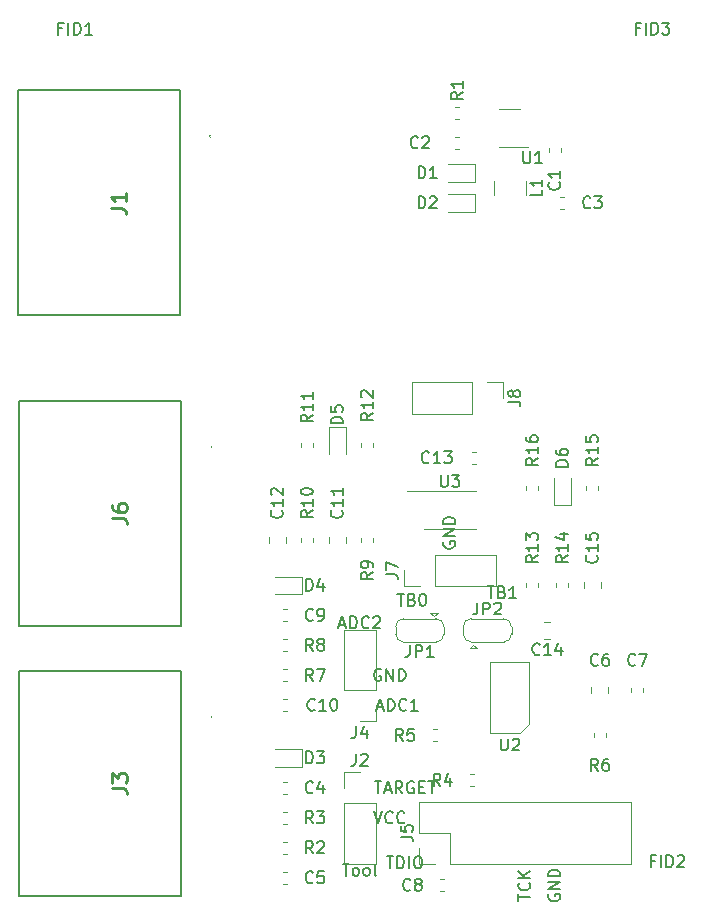
<source format=gto>
G04 #@! TF.GenerationSoftware,KiCad,Pcbnew,(5.1.6)-1*
G04 #@! TF.CreationDate,2022-11-16T12:34:37-06:00*
G04 #@! TF.ProjectId,adc2o2,61646332-6f32-42e6-9b69-6361645f7063,rev?*
G04 #@! TF.SameCoordinates,Original*
G04 #@! TF.FileFunction,Legend,Top*
G04 #@! TF.FilePolarity,Positive*
%FSLAX46Y46*%
G04 Gerber Fmt 4.6, Leading zero omitted, Abs format (unit mm)*
G04 Created by KiCad (PCBNEW (5.1.6)-1) date 2022-11-16 12:34:37*
%MOMM*%
%LPD*%
G01*
G04 APERTURE LIST*
%ADD10C,0.150000*%
%ADD11C,0.120000*%
%ADD12C,0.100000*%
%ADD13C,0.200000*%
%ADD14C,0.254000*%
%ADD15C,4.600000*%
%ADD16C,1.750000*%
%ADD17R,1.750000X1.750000*%
%ADD18C,2.000000*%
%ADD19R,1.600000X0.550000*%
%ADD20R,1.160000X0.750000*%
%ADD21R,1.100000X1.600000*%
%ADD22O,1.800000X1.800000*%
%ADD23R,1.800000X1.800000*%
G04 APERTURE END LIST*
D10*
X108085000Y-182371904D02*
X108037380Y-182467142D01*
X108037380Y-182610000D01*
X108085000Y-182752857D01*
X108180238Y-182848095D01*
X108275476Y-182895714D01*
X108465952Y-182943333D01*
X108608809Y-182943333D01*
X108799285Y-182895714D01*
X108894523Y-182848095D01*
X108989761Y-182752857D01*
X109037380Y-182610000D01*
X109037380Y-182514761D01*
X108989761Y-182371904D01*
X108942142Y-182324285D01*
X108608809Y-182324285D01*
X108608809Y-182514761D01*
X109037380Y-181895714D02*
X108037380Y-181895714D01*
X109037380Y-181324285D01*
X108037380Y-181324285D01*
X109037380Y-180848095D02*
X108037380Y-180848095D01*
X108037380Y-180610000D01*
X108085000Y-180467142D01*
X108180238Y-180371904D01*
X108275476Y-180324285D01*
X108465952Y-180276666D01*
X108608809Y-180276666D01*
X108799285Y-180324285D01*
X108894523Y-180371904D01*
X108989761Y-180467142D01*
X109037380Y-180610000D01*
X109037380Y-180848095D01*
X94337380Y-179157380D02*
X94908809Y-179157380D01*
X94623095Y-180157380D02*
X94623095Y-179157380D01*
X95242142Y-180157380D02*
X95242142Y-179157380D01*
X95480238Y-179157380D01*
X95623095Y-179205000D01*
X95718333Y-179300238D01*
X95765952Y-179395476D01*
X95813571Y-179585952D01*
X95813571Y-179728809D01*
X95765952Y-179919285D01*
X95718333Y-180014523D01*
X95623095Y-180109761D01*
X95480238Y-180157380D01*
X95242142Y-180157380D01*
X96242142Y-180157380D02*
X96242142Y-179157380D01*
X96908809Y-179157380D02*
X97099285Y-179157380D01*
X97194523Y-179205000D01*
X97289761Y-179300238D01*
X97337380Y-179490714D01*
X97337380Y-179824047D01*
X97289761Y-180014523D01*
X97194523Y-180109761D01*
X97099285Y-180157380D01*
X96908809Y-180157380D01*
X96813571Y-180109761D01*
X96718333Y-180014523D01*
X96670714Y-179824047D01*
X96670714Y-179490714D01*
X96718333Y-179300238D01*
X96813571Y-179205000D01*
X96908809Y-179157380D01*
X105497380Y-182895714D02*
X105497380Y-182324285D01*
X106497380Y-182610000D02*
X105497380Y-182610000D01*
X106402142Y-181419523D02*
X106449761Y-181467142D01*
X106497380Y-181610000D01*
X106497380Y-181705238D01*
X106449761Y-181848095D01*
X106354523Y-181943333D01*
X106259285Y-181990952D01*
X106068809Y-182038571D01*
X105925952Y-182038571D01*
X105735476Y-181990952D01*
X105640238Y-181943333D01*
X105545000Y-181848095D01*
X105497380Y-181705238D01*
X105497380Y-181610000D01*
X105545000Y-181467142D01*
X105592619Y-181419523D01*
X106497380Y-180990952D02*
X105497380Y-180990952D01*
X106497380Y-180419523D02*
X105925952Y-180848095D01*
X105497380Y-180419523D02*
X106068809Y-180990952D01*
X102878095Y-156297380D02*
X103449523Y-156297380D01*
X103163809Y-157297380D02*
X103163809Y-156297380D01*
X104116190Y-156773571D02*
X104259047Y-156821190D01*
X104306666Y-156868809D01*
X104354285Y-156964047D01*
X104354285Y-157106904D01*
X104306666Y-157202142D01*
X104259047Y-157249761D01*
X104163809Y-157297380D01*
X103782857Y-157297380D01*
X103782857Y-156297380D01*
X104116190Y-156297380D01*
X104211428Y-156345000D01*
X104259047Y-156392619D01*
X104306666Y-156487857D01*
X104306666Y-156583095D01*
X104259047Y-156678333D01*
X104211428Y-156725952D01*
X104116190Y-156773571D01*
X103782857Y-156773571D01*
X105306666Y-157297380D02*
X104735238Y-157297380D01*
X105020952Y-157297380D02*
X105020952Y-156297380D01*
X104925714Y-156440238D01*
X104830476Y-156535476D01*
X104735238Y-156583095D01*
X95258095Y-156932380D02*
X95829523Y-156932380D01*
X95543809Y-157932380D02*
X95543809Y-156932380D01*
X96496190Y-157408571D02*
X96639047Y-157456190D01*
X96686666Y-157503809D01*
X96734285Y-157599047D01*
X96734285Y-157741904D01*
X96686666Y-157837142D01*
X96639047Y-157884761D01*
X96543809Y-157932380D01*
X96162857Y-157932380D01*
X96162857Y-156932380D01*
X96496190Y-156932380D01*
X96591428Y-156980000D01*
X96639047Y-157027619D01*
X96686666Y-157122857D01*
X96686666Y-157218095D01*
X96639047Y-157313333D01*
X96591428Y-157360952D01*
X96496190Y-157408571D01*
X96162857Y-157408571D01*
X97353333Y-156932380D02*
X97448571Y-156932380D01*
X97543809Y-156980000D01*
X97591428Y-157027619D01*
X97639047Y-157122857D01*
X97686666Y-157313333D01*
X97686666Y-157551428D01*
X97639047Y-157741904D01*
X97591428Y-157837142D01*
X97543809Y-157884761D01*
X97448571Y-157932380D01*
X97353333Y-157932380D01*
X97258095Y-157884761D01*
X97210476Y-157837142D01*
X97162857Y-157741904D01*
X97115238Y-157551428D01*
X97115238Y-157313333D01*
X97162857Y-157122857D01*
X97210476Y-157027619D01*
X97258095Y-156980000D01*
X97353333Y-156932380D01*
X99195000Y-152526904D02*
X99147380Y-152622142D01*
X99147380Y-152765000D01*
X99195000Y-152907857D01*
X99290238Y-153003095D01*
X99385476Y-153050714D01*
X99575952Y-153098333D01*
X99718809Y-153098333D01*
X99909285Y-153050714D01*
X100004523Y-153003095D01*
X100099761Y-152907857D01*
X100147380Y-152765000D01*
X100147380Y-152669761D01*
X100099761Y-152526904D01*
X100052142Y-152479285D01*
X99718809Y-152479285D01*
X99718809Y-152669761D01*
X100147380Y-152050714D02*
X99147380Y-152050714D01*
X100147380Y-151479285D01*
X99147380Y-151479285D01*
X100147380Y-151003095D02*
X99147380Y-151003095D01*
X99147380Y-150765000D01*
X99195000Y-150622142D01*
X99290238Y-150526904D01*
X99385476Y-150479285D01*
X99575952Y-150431666D01*
X99718809Y-150431666D01*
X99909285Y-150479285D01*
X100004523Y-150526904D01*
X100099761Y-150622142D01*
X100147380Y-150765000D01*
X100147380Y-151003095D01*
X93853095Y-163330000D02*
X93757857Y-163282380D01*
X93615000Y-163282380D01*
X93472142Y-163330000D01*
X93376904Y-163425238D01*
X93329285Y-163520476D01*
X93281666Y-163710952D01*
X93281666Y-163853809D01*
X93329285Y-164044285D01*
X93376904Y-164139523D01*
X93472142Y-164234761D01*
X93615000Y-164282380D01*
X93710238Y-164282380D01*
X93853095Y-164234761D01*
X93900714Y-164187142D01*
X93900714Y-163853809D01*
X93710238Y-163853809D01*
X94329285Y-164282380D02*
X94329285Y-163282380D01*
X94900714Y-164282380D01*
X94900714Y-163282380D01*
X95376904Y-164282380D02*
X95376904Y-163282380D01*
X95615000Y-163282380D01*
X95757857Y-163330000D01*
X95853095Y-163425238D01*
X95900714Y-163520476D01*
X95948333Y-163710952D01*
X95948333Y-163853809D01*
X95900714Y-164044285D01*
X95853095Y-164139523D01*
X95757857Y-164234761D01*
X95615000Y-164282380D01*
X95376904Y-164282380D01*
X90360714Y-159551666D02*
X90836904Y-159551666D01*
X90265476Y-159837380D02*
X90598809Y-158837380D01*
X90932142Y-159837380D01*
X91265476Y-159837380D02*
X91265476Y-158837380D01*
X91503571Y-158837380D01*
X91646428Y-158885000D01*
X91741666Y-158980238D01*
X91789285Y-159075476D01*
X91836904Y-159265952D01*
X91836904Y-159408809D01*
X91789285Y-159599285D01*
X91741666Y-159694523D01*
X91646428Y-159789761D01*
X91503571Y-159837380D01*
X91265476Y-159837380D01*
X92836904Y-159742142D02*
X92789285Y-159789761D01*
X92646428Y-159837380D01*
X92551190Y-159837380D01*
X92408333Y-159789761D01*
X92313095Y-159694523D01*
X92265476Y-159599285D01*
X92217857Y-159408809D01*
X92217857Y-159265952D01*
X92265476Y-159075476D01*
X92313095Y-158980238D01*
X92408333Y-158885000D01*
X92551190Y-158837380D01*
X92646428Y-158837380D01*
X92789285Y-158885000D01*
X92836904Y-158932619D01*
X93217857Y-158932619D02*
X93265476Y-158885000D01*
X93360714Y-158837380D01*
X93598809Y-158837380D01*
X93694047Y-158885000D01*
X93741666Y-158932619D01*
X93789285Y-159027857D01*
X93789285Y-159123095D01*
X93741666Y-159265952D01*
X93170238Y-159837380D01*
X93789285Y-159837380D01*
X93535714Y-166536666D02*
X94011904Y-166536666D01*
X93440476Y-166822380D02*
X93773809Y-165822380D01*
X94107142Y-166822380D01*
X94440476Y-166822380D02*
X94440476Y-165822380D01*
X94678571Y-165822380D01*
X94821428Y-165870000D01*
X94916666Y-165965238D01*
X94964285Y-166060476D01*
X95011904Y-166250952D01*
X95011904Y-166393809D01*
X94964285Y-166584285D01*
X94916666Y-166679523D01*
X94821428Y-166774761D01*
X94678571Y-166822380D01*
X94440476Y-166822380D01*
X96011904Y-166727142D02*
X95964285Y-166774761D01*
X95821428Y-166822380D01*
X95726190Y-166822380D01*
X95583333Y-166774761D01*
X95488095Y-166679523D01*
X95440476Y-166584285D01*
X95392857Y-166393809D01*
X95392857Y-166250952D01*
X95440476Y-166060476D01*
X95488095Y-165965238D01*
X95583333Y-165870000D01*
X95726190Y-165822380D01*
X95821428Y-165822380D01*
X95964285Y-165870000D01*
X96011904Y-165917619D01*
X96964285Y-166822380D02*
X96392857Y-166822380D01*
X96678571Y-166822380D02*
X96678571Y-165822380D01*
X96583333Y-165965238D01*
X96488095Y-166060476D01*
X96392857Y-166108095D01*
X93281666Y-175347380D02*
X93615000Y-176347380D01*
X93948333Y-175347380D01*
X94853095Y-176252142D02*
X94805476Y-176299761D01*
X94662619Y-176347380D01*
X94567380Y-176347380D01*
X94424523Y-176299761D01*
X94329285Y-176204523D01*
X94281666Y-176109285D01*
X94234047Y-175918809D01*
X94234047Y-175775952D01*
X94281666Y-175585476D01*
X94329285Y-175490238D01*
X94424523Y-175395000D01*
X94567380Y-175347380D01*
X94662619Y-175347380D01*
X94805476Y-175395000D01*
X94853095Y-175442619D01*
X95853095Y-176252142D02*
X95805476Y-176299761D01*
X95662619Y-176347380D01*
X95567380Y-176347380D01*
X95424523Y-176299761D01*
X95329285Y-176204523D01*
X95281666Y-176109285D01*
X95234047Y-175918809D01*
X95234047Y-175775952D01*
X95281666Y-175585476D01*
X95329285Y-175490238D01*
X95424523Y-175395000D01*
X95567380Y-175347380D01*
X95662619Y-175347380D01*
X95805476Y-175395000D01*
X95853095Y-175442619D01*
X93337380Y-172807380D02*
X93908809Y-172807380D01*
X93623095Y-173807380D02*
X93623095Y-172807380D01*
X94194523Y-173521666D02*
X94670714Y-173521666D01*
X94099285Y-173807380D02*
X94432619Y-172807380D01*
X94765952Y-173807380D01*
X95670714Y-173807380D02*
X95337380Y-173331190D01*
X95099285Y-173807380D02*
X95099285Y-172807380D01*
X95480238Y-172807380D01*
X95575476Y-172855000D01*
X95623095Y-172902619D01*
X95670714Y-172997857D01*
X95670714Y-173140714D01*
X95623095Y-173235952D01*
X95575476Y-173283571D01*
X95480238Y-173331190D01*
X95099285Y-173331190D01*
X96623095Y-172855000D02*
X96527857Y-172807380D01*
X96385000Y-172807380D01*
X96242142Y-172855000D01*
X96146904Y-172950238D01*
X96099285Y-173045476D01*
X96051666Y-173235952D01*
X96051666Y-173378809D01*
X96099285Y-173569285D01*
X96146904Y-173664523D01*
X96242142Y-173759761D01*
X96385000Y-173807380D01*
X96480238Y-173807380D01*
X96623095Y-173759761D01*
X96670714Y-173712142D01*
X96670714Y-173378809D01*
X96480238Y-173378809D01*
X97099285Y-173283571D02*
X97432619Y-173283571D01*
X97575476Y-173807380D02*
X97099285Y-173807380D01*
X97099285Y-172807380D01*
X97575476Y-172807380D01*
X97861190Y-172807380D02*
X98432619Y-172807380D01*
X98146904Y-173807380D02*
X98146904Y-172807380D01*
X90622619Y-179792380D02*
X91194047Y-179792380D01*
X90908333Y-180792380D02*
X90908333Y-179792380D01*
X91670238Y-180792380D02*
X91575000Y-180744761D01*
X91527380Y-180697142D01*
X91479761Y-180601904D01*
X91479761Y-180316190D01*
X91527380Y-180220952D01*
X91575000Y-180173333D01*
X91670238Y-180125714D01*
X91813095Y-180125714D01*
X91908333Y-180173333D01*
X91955952Y-180220952D01*
X92003571Y-180316190D01*
X92003571Y-180601904D01*
X91955952Y-180697142D01*
X91908333Y-180744761D01*
X91813095Y-180792380D01*
X91670238Y-180792380D01*
X92575000Y-180792380D02*
X92479761Y-180744761D01*
X92432142Y-180697142D01*
X92384523Y-180601904D01*
X92384523Y-180316190D01*
X92432142Y-180220952D01*
X92479761Y-180173333D01*
X92575000Y-180125714D01*
X92717857Y-180125714D01*
X92813095Y-180173333D01*
X92860714Y-180220952D01*
X92908333Y-180316190D01*
X92908333Y-180601904D01*
X92860714Y-180697142D01*
X92813095Y-180744761D01*
X92717857Y-180792380D01*
X92575000Y-180792380D01*
X93479761Y-180792380D02*
X93384523Y-180744761D01*
X93336904Y-180649523D01*
X93336904Y-179792380D01*
D11*
X106135000Y-121952936D02*
X106135000Y-123157064D01*
X103415000Y-121952936D02*
X103415000Y-123157064D01*
D12*
X79502000Y-144404000D02*
G75*
G02*
X79502000Y-144504000I0J-50000D01*
G01*
X79502000Y-144504000D02*
G75*
G02*
X79502000Y-144404000I0J50000D01*
G01*
D13*
X76952000Y-140589000D02*
X76952000Y-159639000D01*
X76952000Y-159639000D02*
X63252000Y-159639000D01*
X63252000Y-159639000D02*
X63252000Y-140589000D01*
X63252000Y-140589000D02*
X76952000Y-140589000D01*
D12*
X79502000Y-144404000D02*
X79502000Y-144404000D01*
X79502000Y-144504000D02*
X79502000Y-144504000D01*
X79502000Y-167264000D02*
G75*
G02*
X79502000Y-167364000I0J-50000D01*
G01*
X79502000Y-167364000D02*
G75*
G02*
X79502000Y-167264000I0J50000D01*
G01*
D13*
X76952000Y-163449000D02*
X76952000Y-182499000D01*
X76952000Y-182499000D02*
X63252000Y-182499000D01*
X63252000Y-182499000D02*
X63252000Y-163449000D01*
X63252000Y-163449000D02*
X76952000Y-163449000D01*
D12*
X79502000Y-167264000D02*
X79502000Y-167264000D01*
X79502000Y-167364000D02*
X79502000Y-167364000D01*
X79375000Y-118115000D02*
G75*
G02*
X79375000Y-118215000I0J-50000D01*
G01*
X79375000Y-118215000D02*
G75*
G02*
X79375000Y-118115000I0J50000D01*
G01*
D13*
X76825000Y-114300000D02*
X76825000Y-133350000D01*
X76825000Y-133350000D02*
X63125000Y-133350000D01*
X63125000Y-133350000D02*
X63125000Y-114300000D01*
X63125000Y-114300000D02*
X76825000Y-114300000D01*
D12*
X79375000Y-118115000D02*
X79375000Y-118115000D01*
X79375000Y-118215000D02*
X79375000Y-118215000D01*
D11*
X106170000Y-147792221D02*
X106170000Y-148117779D01*
X107190000Y-147792221D02*
X107190000Y-148117779D01*
X99695000Y-148250000D02*
X96095000Y-148250000D01*
X99695000Y-148250000D02*
X101895000Y-148250000D01*
X99695000Y-151470000D02*
X97495000Y-151470000D01*
X99695000Y-151470000D02*
X101895000Y-151470000D01*
X106425000Y-162735000D02*
X106425000Y-167935000D01*
X103125000Y-162735000D02*
X106425000Y-162735000D01*
X103125000Y-168735000D02*
X103125000Y-162735000D01*
X105625000Y-168735000D02*
X103125000Y-168735000D01*
X106425000Y-167935000D02*
X105625000Y-168735000D01*
X103875000Y-119085000D02*
X106325000Y-119085000D01*
X105675000Y-115865000D02*
X103875000Y-115865000D01*
X111250000Y-147792221D02*
X111250000Y-148117779D01*
X112270000Y-147792221D02*
X112270000Y-148117779D01*
X108710000Y-156047221D02*
X108710000Y-156372779D01*
X109730000Y-156047221D02*
X109730000Y-156372779D01*
X107190000Y-156372779D02*
X107190000Y-156047221D01*
X106170000Y-156372779D02*
X106170000Y-156047221D01*
X92200000Y-144134721D02*
X92200000Y-144460279D01*
X93220000Y-144134721D02*
X93220000Y-144460279D01*
X87120000Y-144134721D02*
X87120000Y-144460279D01*
X88140000Y-144134721D02*
X88140000Y-144460279D01*
X87120000Y-152237221D02*
X87120000Y-152562779D01*
X88140000Y-152237221D02*
X88140000Y-152562779D01*
X92200000Y-152237221D02*
X92200000Y-152562779D01*
X93220000Y-152237221D02*
X93220000Y-152562779D01*
X85562221Y-161800000D02*
X85887779Y-161800000D01*
X85562221Y-160780000D02*
X85887779Y-160780000D01*
X85562221Y-164340000D02*
X85887779Y-164340000D01*
X85562221Y-163320000D02*
X85887779Y-163320000D01*
X111885000Y-168747221D02*
X111885000Y-169072779D01*
X112905000Y-168747221D02*
X112905000Y-169072779D01*
X98262221Y-169420000D02*
X98587779Y-169420000D01*
X98262221Y-168400000D02*
X98587779Y-168400000D01*
X101437221Y-173230000D02*
X101762779Y-173230000D01*
X101437221Y-172210000D02*
X101762779Y-172210000D01*
X85562221Y-176405000D02*
X85887779Y-176405000D01*
X85562221Y-175385000D02*
X85887779Y-175385000D01*
X85562221Y-178945000D02*
X85887779Y-178945000D01*
X85562221Y-177925000D02*
X85887779Y-177925000D01*
X100167221Y-116715000D02*
X100492779Y-116715000D01*
X100167221Y-115695000D02*
X100492779Y-115695000D01*
X101470000Y-159020000D02*
X104270000Y-159020000D01*
X104920000Y-159720000D02*
X104920000Y-160320000D01*
X104270000Y-161020000D02*
X101470000Y-161020000D01*
X100820000Y-160320000D02*
X100820000Y-159720000D01*
X101670000Y-161220000D02*
X101370000Y-161520000D01*
X101370000Y-161520000D02*
X101970000Y-161520000D01*
X101670000Y-161220000D02*
X101970000Y-161520000D01*
X100820000Y-159720000D02*
G75*
G02*
X101520000Y-159020000I700000J0D01*
G01*
X101520000Y-161020000D02*
G75*
G02*
X100820000Y-160320000I0J700000D01*
G01*
X104920000Y-160320000D02*
G75*
G02*
X104220000Y-161020000I-700000J0D01*
G01*
X104220000Y-159020000D02*
G75*
G02*
X104920000Y-159720000I0J-700000D01*
G01*
X98555000Y-161020000D02*
X95755000Y-161020000D01*
X95105000Y-160320000D02*
X95105000Y-159720000D01*
X95755000Y-159020000D02*
X98555000Y-159020000D01*
X99205000Y-159720000D02*
X99205000Y-160320000D01*
X98355000Y-158820000D02*
X98655000Y-158520000D01*
X98655000Y-158520000D02*
X98055000Y-158520000D01*
X98355000Y-158820000D02*
X98055000Y-158520000D01*
X99205000Y-160320000D02*
G75*
G02*
X98505000Y-161020000I-700000J0D01*
G01*
X98505000Y-159020000D02*
G75*
G02*
X99205000Y-159720000I0J-700000D01*
G01*
X95105000Y-159720000D02*
G75*
G02*
X95805000Y-159020000I700000J0D01*
G01*
X95805000Y-161020000D02*
G75*
G02*
X95105000Y-160320000I0J700000D01*
G01*
X104200000Y-139005000D02*
X104200000Y-140335000D01*
X102870000Y-139005000D02*
X104200000Y-139005000D01*
X101600000Y-139005000D02*
X101600000Y-141665000D01*
X101600000Y-141665000D02*
X96460000Y-141665000D01*
X101600000Y-139005000D02*
X96460000Y-139005000D01*
X96460000Y-139005000D02*
X96460000Y-141665000D01*
X95825000Y-156270000D02*
X95825000Y-154940000D01*
X97155000Y-156270000D02*
X95825000Y-156270000D01*
X98425000Y-156270000D02*
X98425000Y-153610000D01*
X98425000Y-153610000D02*
X103565000Y-153610000D01*
X98425000Y-156270000D02*
X103565000Y-156270000D01*
X103565000Y-156270000D02*
X103565000Y-153610000D01*
X97095000Y-179765000D02*
X97095000Y-178435000D01*
X98425000Y-179765000D02*
X97095000Y-179765000D01*
X97095000Y-177165000D02*
X97095000Y-174565000D01*
X99695000Y-177165000D02*
X97095000Y-177165000D01*
X99695000Y-179765000D02*
X99695000Y-177165000D01*
X97095000Y-174565000D02*
X114995000Y-174565000D01*
X99695000Y-179765000D02*
X114995000Y-179765000D01*
X114995000Y-179765000D02*
X114995000Y-174565000D01*
X93405000Y-167700000D02*
X92075000Y-167700000D01*
X93405000Y-166370000D02*
X93405000Y-167700000D01*
X93405000Y-165100000D02*
X90745000Y-165100000D01*
X90745000Y-165100000D02*
X90745000Y-159960000D01*
X93405000Y-165100000D02*
X93405000Y-159960000D01*
X93405000Y-159960000D02*
X90745000Y-159960000D01*
X90745000Y-172025000D02*
X92075000Y-172025000D01*
X90745000Y-173355000D02*
X90745000Y-172025000D01*
X90745000Y-174625000D02*
X93405000Y-174625000D01*
X93405000Y-174625000D02*
X93405000Y-179765000D01*
X90745000Y-174625000D02*
X90745000Y-179765000D01*
X90745000Y-179765000D02*
X93405000Y-179765000D01*
X109955000Y-149440000D02*
X109955000Y-147155000D01*
X108485000Y-149440000D02*
X109955000Y-149440000D01*
X108485000Y-147155000D02*
X108485000Y-149440000D01*
X89435000Y-142812500D02*
X89435000Y-145097500D01*
X90905000Y-142812500D02*
X89435000Y-142812500D01*
X90905000Y-145097500D02*
X90905000Y-142812500D01*
X87210000Y-155475000D02*
X84925000Y-155475000D01*
X87210000Y-156945000D02*
X87210000Y-155475000D01*
X84925000Y-156945000D02*
X87210000Y-156945000D01*
X87210000Y-170080000D02*
X84925000Y-170080000D01*
X87210000Y-171550000D02*
X87210000Y-170080000D01*
X84925000Y-171550000D02*
X87210000Y-171550000D01*
X101815000Y-123090000D02*
X99530000Y-123090000D01*
X101815000Y-124560000D02*
X101815000Y-123090000D01*
X99530000Y-124560000D02*
X101815000Y-124560000D01*
X101815000Y-120550000D02*
X99530000Y-120550000D01*
X101815000Y-122020000D02*
X101815000Y-120550000D01*
X99530000Y-122020000D02*
X101815000Y-122020000D01*
X112470000Y-156468578D02*
X112470000Y-155951422D01*
X111050000Y-156468578D02*
X111050000Y-155951422D01*
X108208578Y-159310000D02*
X107691422Y-159310000D01*
X108208578Y-160730000D02*
X107691422Y-160730000D01*
X101915279Y-144905000D02*
X101589721Y-144905000D01*
X101915279Y-145925000D02*
X101589721Y-145925000D01*
X85800000Y-152658578D02*
X85800000Y-152141422D01*
X84380000Y-152658578D02*
X84380000Y-152141422D01*
X90880000Y-152658578D02*
X90880000Y-152141422D01*
X89460000Y-152658578D02*
X89460000Y-152141422D01*
X85562221Y-166880000D02*
X85887779Y-166880000D01*
X85562221Y-165860000D02*
X85887779Y-165860000D01*
X85887779Y-158240000D02*
X85562221Y-158240000D01*
X85887779Y-159260000D02*
X85562221Y-159260000D01*
X98897221Y-182120000D02*
X99222779Y-182120000D01*
X98897221Y-181100000D02*
X99222779Y-181100000D01*
X116080000Y-165262779D02*
X116080000Y-164937221D01*
X115060000Y-165262779D02*
X115060000Y-164937221D01*
X113105000Y-165358578D02*
X113105000Y-164841422D01*
X111685000Y-165358578D02*
X111685000Y-164841422D01*
X85562221Y-181485000D02*
X85887779Y-181485000D01*
X85562221Y-180465000D02*
X85887779Y-180465000D01*
X85887779Y-172845000D02*
X85562221Y-172845000D01*
X85887779Y-173865000D02*
X85562221Y-173865000D01*
X109057221Y-124335000D02*
X109382779Y-124335000D01*
X109057221Y-123315000D02*
X109382779Y-123315000D01*
X100492779Y-118235000D02*
X100167221Y-118235000D01*
X100492779Y-119255000D02*
X100167221Y-119255000D01*
X108075000Y-119217221D02*
X108075000Y-119542779D01*
X109095000Y-119217221D02*
X109095000Y-119542779D01*
D10*
X107507380Y-122721666D02*
X107507380Y-123197857D01*
X106507380Y-123197857D01*
X107507380Y-121864523D02*
X107507380Y-122435952D01*
X107507380Y-122150238D02*
X106507380Y-122150238D01*
X106650238Y-122245476D01*
X106745476Y-122340714D01*
X106793095Y-122435952D01*
D14*
X71094523Y-150537333D02*
X72001666Y-150537333D01*
X72183095Y-150597809D01*
X72304047Y-150718761D01*
X72364523Y-150900190D01*
X72364523Y-151021142D01*
X71094523Y-149388285D02*
X71094523Y-149630190D01*
X71155000Y-149751142D01*
X71215476Y-149811619D01*
X71396904Y-149932571D01*
X71638809Y-149993047D01*
X72122619Y-149993047D01*
X72243571Y-149932571D01*
X72304047Y-149872095D01*
X72364523Y-149751142D01*
X72364523Y-149509238D01*
X72304047Y-149388285D01*
X72243571Y-149327809D01*
X72122619Y-149267333D01*
X71820238Y-149267333D01*
X71699285Y-149327809D01*
X71638809Y-149388285D01*
X71578333Y-149509238D01*
X71578333Y-149751142D01*
X71638809Y-149872095D01*
X71699285Y-149932571D01*
X71820238Y-149993047D01*
X71094523Y-173397333D02*
X72001666Y-173397333D01*
X72183095Y-173457809D01*
X72304047Y-173578761D01*
X72364523Y-173760190D01*
X72364523Y-173881142D01*
X71094523Y-172913523D02*
X71094523Y-172127333D01*
X71578333Y-172550666D01*
X71578333Y-172369238D01*
X71638809Y-172248285D01*
X71699285Y-172187809D01*
X71820238Y-172127333D01*
X72122619Y-172127333D01*
X72243571Y-172187809D01*
X72304047Y-172248285D01*
X72364523Y-172369238D01*
X72364523Y-172732095D01*
X72304047Y-172853047D01*
X72243571Y-172913523D01*
X70967523Y-124248333D02*
X71874666Y-124248333D01*
X72056095Y-124308809D01*
X72177047Y-124429761D01*
X72237523Y-124611190D01*
X72237523Y-124732142D01*
X72237523Y-122978333D02*
X72237523Y-123704047D01*
X72237523Y-123341190D02*
X70967523Y-123341190D01*
X71148952Y-123462142D01*
X71269904Y-123583095D01*
X71330380Y-123704047D01*
D10*
X115768571Y-109053571D02*
X115435238Y-109053571D01*
X115435238Y-109577380D02*
X115435238Y-108577380D01*
X115911428Y-108577380D01*
X116292380Y-109577380D02*
X116292380Y-108577380D01*
X116768571Y-109577380D02*
X116768571Y-108577380D01*
X117006666Y-108577380D01*
X117149523Y-108625000D01*
X117244761Y-108720238D01*
X117292380Y-108815476D01*
X117340000Y-109005952D01*
X117340000Y-109148809D01*
X117292380Y-109339285D01*
X117244761Y-109434523D01*
X117149523Y-109529761D01*
X117006666Y-109577380D01*
X116768571Y-109577380D01*
X117673333Y-108577380D02*
X118292380Y-108577380D01*
X117959047Y-108958333D01*
X118101904Y-108958333D01*
X118197142Y-109005952D01*
X118244761Y-109053571D01*
X118292380Y-109148809D01*
X118292380Y-109386904D01*
X118244761Y-109482142D01*
X118197142Y-109529761D01*
X118101904Y-109577380D01*
X117816190Y-109577380D01*
X117720952Y-109529761D01*
X117673333Y-109482142D01*
X117038571Y-179538571D02*
X116705238Y-179538571D01*
X116705238Y-180062380D02*
X116705238Y-179062380D01*
X117181428Y-179062380D01*
X117562380Y-180062380D02*
X117562380Y-179062380D01*
X118038571Y-180062380D02*
X118038571Y-179062380D01*
X118276666Y-179062380D01*
X118419523Y-179110000D01*
X118514761Y-179205238D01*
X118562380Y-179300476D01*
X118610000Y-179490952D01*
X118610000Y-179633809D01*
X118562380Y-179824285D01*
X118514761Y-179919523D01*
X118419523Y-180014761D01*
X118276666Y-180062380D01*
X118038571Y-180062380D01*
X118990952Y-179157619D02*
X119038571Y-179110000D01*
X119133809Y-179062380D01*
X119371904Y-179062380D01*
X119467142Y-179110000D01*
X119514761Y-179157619D01*
X119562380Y-179252857D01*
X119562380Y-179348095D01*
X119514761Y-179490952D01*
X118943333Y-180062380D01*
X119562380Y-180062380D01*
X66873571Y-109053571D02*
X66540238Y-109053571D01*
X66540238Y-109577380D02*
X66540238Y-108577380D01*
X67016428Y-108577380D01*
X67397380Y-109577380D02*
X67397380Y-108577380D01*
X67873571Y-109577380D02*
X67873571Y-108577380D01*
X68111666Y-108577380D01*
X68254523Y-108625000D01*
X68349761Y-108720238D01*
X68397380Y-108815476D01*
X68445000Y-109005952D01*
X68445000Y-109148809D01*
X68397380Y-109339285D01*
X68349761Y-109434523D01*
X68254523Y-109529761D01*
X68111666Y-109577380D01*
X67873571Y-109577380D01*
X69397380Y-109577380D02*
X68825952Y-109577380D01*
X69111666Y-109577380D02*
X69111666Y-108577380D01*
X69016428Y-108720238D01*
X68921190Y-108815476D01*
X68825952Y-108863095D01*
X107132380Y-145422857D02*
X106656190Y-145756190D01*
X107132380Y-145994285D02*
X106132380Y-145994285D01*
X106132380Y-145613333D01*
X106180000Y-145518095D01*
X106227619Y-145470476D01*
X106322857Y-145422857D01*
X106465714Y-145422857D01*
X106560952Y-145470476D01*
X106608571Y-145518095D01*
X106656190Y-145613333D01*
X106656190Y-145994285D01*
X107132380Y-144470476D02*
X107132380Y-145041904D01*
X107132380Y-144756190D02*
X106132380Y-144756190D01*
X106275238Y-144851428D01*
X106370476Y-144946666D01*
X106418095Y-145041904D01*
X106132380Y-143613333D02*
X106132380Y-143803809D01*
X106180000Y-143899047D01*
X106227619Y-143946666D01*
X106370476Y-144041904D01*
X106560952Y-144089523D01*
X106941904Y-144089523D01*
X107037142Y-144041904D01*
X107084761Y-143994285D01*
X107132380Y-143899047D01*
X107132380Y-143708571D01*
X107084761Y-143613333D01*
X107037142Y-143565714D01*
X106941904Y-143518095D01*
X106703809Y-143518095D01*
X106608571Y-143565714D01*
X106560952Y-143613333D01*
X106513333Y-143708571D01*
X106513333Y-143899047D01*
X106560952Y-143994285D01*
X106608571Y-144041904D01*
X106703809Y-144089523D01*
X98933095Y-146862380D02*
X98933095Y-147671904D01*
X98980714Y-147767142D01*
X99028333Y-147814761D01*
X99123571Y-147862380D01*
X99314047Y-147862380D01*
X99409285Y-147814761D01*
X99456904Y-147767142D01*
X99504523Y-147671904D01*
X99504523Y-146862380D01*
X99885476Y-146862380D02*
X100504523Y-146862380D01*
X100171190Y-147243333D01*
X100314047Y-147243333D01*
X100409285Y-147290952D01*
X100456904Y-147338571D01*
X100504523Y-147433809D01*
X100504523Y-147671904D01*
X100456904Y-147767142D01*
X100409285Y-147814761D01*
X100314047Y-147862380D01*
X100028333Y-147862380D01*
X99933095Y-147814761D01*
X99885476Y-147767142D01*
X104013095Y-169187380D02*
X104013095Y-169996904D01*
X104060714Y-170092142D01*
X104108333Y-170139761D01*
X104203571Y-170187380D01*
X104394047Y-170187380D01*
X104489285Y-170139761D01*
X104536904Y-170092142D01*
X104584523Y-169996904D01*
X104584523Y-169187380D01*
X105013095Y-169282619D02*
X105060714Y-169235000D01*
X105155952Y-169187380D01*
X105394047Y-169187380D01*
X105489285Y-169235000D01*
X105536904Y-169282619D01*
X105584523Y-169377857D01*
X105584523Y-169473095D01*
X105536904Y-169615952D01*
X104965476Y-170187380D01*
X105584523Y-170187380D01*
X105918095Y-119467380D02*
X105918095Y-120276904D01*
X105965714Y-120372142D01*
X106013333Y-120419761D01*
X106108571Y-120467380D01*
X106299047Y-120467380D01*
X106394285Y-120419761D01*
X106441904Y-120372142D01*
X106489523Y-120276904D01*
X106489523Y-119467380D01*
X107489523Y-120467380D02*
X106918095Y-120467380D01*
X107203809Y-120467380D02*
X107203809Y-119467380D01*
X107108571Y-119610238D01*
X107013333Y-119705476D01*
X106918095Y-119753095D01*
X112212380Y-145422857D02*
X111736190Y-145756190D01*
X112212380Y-145994285D02*
X111212380Y-145994285D01*
X111212380Y-145613333D01*
X111260000Y-145518095D01*
X111307619Y-145470476D01*
X111402857Y-145422857D01*
X111545714Y-145422857D01*
X111640952Y-145470476D01*
X111688571Y-145518095D01*
X111736190Y-145613333D01*
X111736190Y-145994285D01*
X112212380Y-144470476D02*
X112212380Y-145041904D01*
X112212380Y-144756190D02*
X111212380Y-144756190D01*
X111355238Y-144851428D01*
X111450476Y-144946666D01*
X111498095Y-145041904D01*
X111212380Y-143565714D02*
X111212380Y-144041904D01*
X111688571Y-144089523D01*
X111640952Y-144041904D01*
X111593333Y-143946666D01*
X111593333Y-143708571D01*
X111640952Y-143613333D01*
X111688571Y-143565714D01*
X111783809Y-143518095D01*
X112021904Y-143518095D01*
X112117142Y-143565714D01*
X112164761Y-143613333D01*
X112212380Y-143708571D01*
X112212380Y-143946666D01*
X112164761Y-144041904D01*
X112117142Y-144089523D01*
X109672380Y-153677857D02*
X109196190Y-154011190D01*
X109672380Y-154249285D02*
X108672380Y-154249285D01*
X108672380Y-153868333D01*
X108720000Y-153773095D01*
X108767619Y-153725476D01*
X108862857Y-153677857D01*
X109005714Y-153677857D01*
X109100952Y-153725476D01*
X109148571Y-153773095D01*
X109196190Y-153868333D01*
X109196190Y-154249285D01*
X109672380Y-152725476D02*
X109672380Y-153296904D01*
X109672380Y-153011190D02*
X108672380Y-153011190D01*
X108815238Y-153106428D01*
X108910476Y-153201666D01*
X108958095Y-153296904D01*
X109005714Y-151868333D02*
X109672380Y-151868333D01*
X108624761Y-152106428D02*
X109339047Y-152344523D01*
X109339047Y-151725476D01*
X107132380Y-153677857D02*
X106656190Y-154011190D01*
X107132380Y-154249285D02*
X106132380Y-154249285D01*
X106132380Y-153868333D01*
X106180000Y-153773095D01*
X106227619Y-153725476D01*
X106322857Y-153677857D01*
X106465714Y-153677857D01*
X106560952Y-153725476D01*
X106608571Y-153773095D01*
X106656190Y-153868333D01*
X106656190Y-154249285D01*
X107132380Y-152725476D02*
X107132380Y-153296904D01*
X107132380Y-153011190D02*
X106132380Y-153011190D01*
X106275238Y-153106428D01*
X106370476Y-153201666D01*
X106418095Y-153296904D01*
X106132380Y-152392142D02*
X106132380Y-151773095D01*
X106513333Y-152106428D01*
X106513333Y-151963571D01*
X106560952Y-151868333D01*
X106608571Y-151820714D01*
X106703809Y-151773095D01*
X106941904Y-151773095D01*
X107037142Y-151820714D01*
X107084761Y-151868333D01*
X107132380Y-151963571D01*
X107132380Y-152249285D01*
X107084761Y-152344523D01*
X107037142Y-152392142D01*
X93162380Y-141612857D02*
X92686190Y-141946190D01*
X93162380Y-142184285D02*
X92162380Y-142184285D01*
X92162380Y-141803333D01*
X92210000Y-141708095D01*
X92257619Y-141660476D01*
X92352857Y-141612857D01*
X92495714Y-141612857D01*
X92590952Y-141660476D01*
X92638571Y-141708095D01*
X92686190Y-141803333D01*
X92686190Y-142184285D01*
X93162380Y-140660476D02*
X93162380Y-141231904D01*
X93162380Y-140946190D02*
X92162380Y-140946190D01*
X92305238Y-141041428D01*
X92400476Y-141136666D01*
X92448095Y-141231904D01*
X92257619Y-140279523D02*
X92210000Y-140231904D01*
X92162380Y-140136666D01*
X92162380Y-139898571D01*
X92210000Y-139803333D01*
X92257619Y-139755714D01*
X92352857Y-139708095D01*
X92448095Y-139708095D01*
X92590952Y-139755714D01*
X93162380Y-140327142D01*
X93162380Y-139708095D01*
X88082380Y-141765357D02*
X87606190Y-142098690D01*
X88082380Y-142336785D02*
X87082380Y-142336785D01*
X87082380Y-141955833D01*
X87130000Y-141860595D01*
X87177619Y-141812976D01*
X87272857Y-141765357D01*
X87415714Y-141765357D01*
X87510952Y-141812976D01*
X87558571Y-141860595D01*
X87606190Y-141955833D01*
X87606190Y-142336785D01*
X88082380Y-140812976D02*
X88082380Y-141384404D01*
X88082380Y-141098690D02*
X87082380Y-141098690D01*
X87225238Y-141193928D01*
X87320476Y-141289166D01*
X87368095Y-141384404D01*
X88082380Y-139860595D02*
X88082380Y-140432023D01*
X88082380Y-140146309D02*
X87082380Y-140146309D01*
X87225238Y-140241547D01*
X87320476Y-140336785D01*
X87368095Y-140432023D01*
X88082380Y-149867857D02*
X87606190Y-150201190D01*
X88082380Y-150439285D02*
X87082380Y-150439285D01*
X87082380Y-150058333D01*
X87130000Y-149963095D01*
X87177619Y-149915476D01*
X87272857Y-149867857D01*
X87415714Y-149867857D01*
X87510952Y-149915476D01*
X87558571Y-149963095D01*
X87606190Y-150058333D01*
X87606190Y-150439285D01*
X88082380Y-148915476D02*
X88082380Y-149486904D01*
X88082380Y-149201190D02*
X87082380Y-149201190D01*
X87225238Y-149296428D01*
X87320476Y-149391666D01*
X87368095Y-149486904D01*
X87082380Y-148296428D02*
X87082380Y-148201190D01*
X87130000Y-148105952D01*
X87177619Y-148058333D01*
X87272857Y-148010714D01*
X87463333Y-147963095D01*
X87701428Y-147963095D01*
X87891904Y-148010714D01*
X87987142Y-148058333D01*
X88034761Y-148105952D01*
X88082380Y-148201190D01*
X88082380Y-148296428D01*
X88034761Y-148391666D01*
X87987142Y-148439285D01*
X87891904Y-148486904D01*
X87701428Y-148534523D01*
X87463333Y-148534523D01*
X87272857Y-148486904D01*
X87177619Y-148439285D01*
X87130000Y-148391666D01*
X87082380Y-148296428D01*
X93162380Y-155106666D02*
X92686190Y-155440000D01*
X93162380Y-155678095D02*
X92162380Y-155678095D01*
X92162380Y-155297142D01*
X92210000Y-155201904D01*
X92257619Y-155154285D01*
X92352857Y-155106666D01*
X92495714Y-155106666D01*
X92590952Y-155154285D01*
X92638571Y-155201904D01*
X92686190Y-155297142D01*
X92686190Y-155678095D01*
X93162380Y-154630476D02*
X93162380Y-154440000D01*
X93114761Y-154344761D01*
X93067142Y-154297142D01*
X92924285Y-154201904D01*
X92733809Y-154154285D01*
X92352857Y-154154285D01*
X92257619Y-154201904D01*
X92210000Y-154249523D01*
X92162380Y-154344761D01*
X92162380Y-154535238D01*
X92210000Y-154630476D01*
X92257619Y-154678095D01*
X92352857Y-154725714D01*
X92590952Y-154725714D01*
X92686190Y-154678095D01*
X92733809Y-154630476D01*
X92781428Y-154535238D01*
X92781428Y-154344761D01*
X92733809Y-154249523D01*
X92686190Y-154201904D01*
X92590952Y-154154285D01*
X88098333Y-161742380D02*
X87765000Y-161266190D01*
X87526904Y-161742380D02*
X87526904Y-160742380D01*
X87907857Y-160742380D01*
X88003095Y-160790000D01*
X88050714Y-160837619D01*
X88098333Y-160932857D01*
X88098333Y-161075714D01*
X88050714Y-161170952D01*
X88003095Y-161218571D01*
X87907857Y-161266190D01*
X87526904Y-161266190D01*
X88669761Y-161170952D02*
X88574523Y-161123333D01*
X88526904Y-161075714D01*
X88479285Y-160980476D01*
X88479285Y-160932857D01*
X88526904Y-160837619D01*
X88574523Y-160790000D01*
X88669761Y-160742380D01*
X88860238Y-160742380D01*
X88955476Y-160790000D01*
X89003095Y-160837619D01*
X89050714Y-160932857D01*
X89050714Y-160980476D01*
X89003095Y-161075714D01*
X88955476Y-161123333D01*
X88860238Y-161170952D01*
X88669761Y-161170952D01*
X88574523Y-161218571D01*
X88526904Y-161266190D01*
X88479285Y-161361428D01*
X88479285Y-161551904D01*
X88526904Y-161647142D01*
X88574523Y-161694761D01*
X88669761Y-161742380D01*
X88860238Y-161742380D01*
X88955476Y-161694761D01*
X89003095Y-161647142D01*
X89050714Y-161551904D01*
X89050714Y-161361428D01*
X89003095Y-161266190D01*
X88955476Y-161218571D01*
X88860238Y-161170952D01*
X88098333Y-164282380D02*
X87765000Y-163806190D01*
X87526904Y-164282380D02*
X87526904Y-163282380D01*
X87907857Y-163282380D01*
X88003095Y-163330000D01*
X88050714Y-163377619D01*
X88098333Y-163472857D01*
X88098333Y-163615714D01*
X88050714Y-163710952D01*
X88003095Y-163758571D01*
X87907857Y-163806190D01*
X87526904Y-163806190D01*
X88431666Y-163282380D02*
X89098333Y-163282380D01*
X88669761Y-164282380D01*
X112228333Y-171902380D02*
X111895000Y-171426190D01*
X111656904Y-171902380D02*
X111656904Y-170902380D01*
X112037857Y-170902380D01*
X112133095Y-170950000D01*
X112180714Y-170997619D01*
X112228333Y-171092857D01*
X112228333Y-171235714D01*
X112180714Y-171330952D01*
X112133095Y-171378571D01*
X112037857Y-171426190D01*
X111656904Y-171426190D01*
X113085476Y-170902380D02*
X112895000Y-170902380D01*
X112799761Y-170950000D01*
X112752142Y-170997619D01*
X112656904Y-171140476D01*
X112609285Y-171330952D01*
X112609285Y-171711904D01*
X112656904Y-171807142D01*
X112704523Y-171854761D01*
X112799761Y-171902380D01*
X112990238Y-171902380D01*
X113085476Y-171854761D01*
X113133095Y-171807142D01*
X113180714Y-171711904D01*
X113180714Y-171473809D01*
X113133095Y-171378571D01*
X113085476Y-171330952D01*
X112990238Y-171283333D01*
X112799761Y-171283333D01*
X112704523Y-171330952D01*
X112656904Y-171378571D01*
X112609285Y-171473809D01*
X95718333Y-169362380D02*
X95385000Y-168886190D01*
X95146904Y-169362380D02*
X95146904Y-168362380D01*
X95527857Y-168362380D01*
X95623095Y-168410000D01*
X95670714Y-168457619D01*
X95718333Y-168552857D01*
X95718333Y-168695714D01*
X95670714Y-168790952D01*
X95623095Y-168838571D01*
X95527857Y-168886190D01*
X95146904Y-168886190D01*
X96623095Y-168362380D02*
X96146904Y-168362380D01*
X96099285Y-168838571D01*
X96146904Y-168790952D01*
X96242142Y-168743333D01*
X96480238Y-168743333D01*
X96575476Y-168790952D01*
X96623095Y-168838571D01*
X96670714Y-168933809D01*
X96670714Y-169171904D01*
X96623095Y-169267142D01*
X96575476Y-169314761D01*
X96480238Y-169362380D01*
X96242142Y-169362380D01*
X96146904Y-169314761D01*
X96099285Y-169267142D01*
X98893333Y-173172380D02*
X98560000Y-172696190D01*
X98321904Y-173172380D02*
X98321904Y-172172380D01*
X98702857Y-172172380D01*
X98798095Y-172220000D01*
X98845714Y-172267619D01*
X98893333Y-172362857D01*
X98893333Y-172505714D01*
X98845714Y-172600952D01*
X98798095Y-172648571D01*
X98702857Y-172696190D01*
X98321904Y-172696190D01*
X99750476Y-172505714D02*
X99750476Y-173172380D01*
X99512380Y-172124761D02*
X99274285Y-172839047D01*
X99893333Y-172839047D01*
X88098333Y-176347380D02*
X87765000Y-175871190D01*
X87526904Y-176347380D02*
X87526904Y-175347380D01*
X87907857Y-175347380D01*
X88003095Y-175395000D01*
X88050714Y-175442619D01*
X88098333Y-175537857D01*
X88098333Y-175680714D01*
X88050714Y-175775952D01*
X88003095Y-175823571D01*
X87907857Y-175871190D01*
X87526904Y-175871190D01*
X88431666Y-175347380D02*
X89050714Y-175347380D01*
X88717380Y-175728333D01*
X88860238Y-175728333D01*
X88955476Y-175775952D01*
X89003095Y-175823571D01*
X89050714Y-175918809D01*
X89050714Y-176156904D01*
X89003095Y-176252142D01*
X88955476Y-176299761D01*
X88860238Y-176347380D01*
X88574523Y-176347380D01*
X88479285Y-176299761D01*
X88431666Y-176252142D01*
X88098333Y-178887380D02*
X87765000Y-178411190D01*
X87526904Y-178887380D02*
X87526904Y-177887380D01*
X87907857Y-177887380D01*
X88003095Y-177935000D01*
X88050714Y-177982619D01*
X88098333Y-178077857D01*
X88098333Y-178220714D01*
X88050714Y-178315952D01*
X88003095Y-178363571D01*
X87907857Y-178411190D01*
X87526904Y-178411190D01*
X88479285Y-177982619D02*
X88526904Y-177935000D01*
X88622142Y-177887380D01*
X88860238Y-177887380D01*
X88955476Y-177935000D01*
X89003095Y-177982619D01*
X89050714Y-178077857D01*
X89050714Y-178173095D01*
X89003095Y-178315952D01*
X88431666Y-178887380D01*
X89050714Y-178887380D01*
X100782380Y-114466666D02*
X100306190Y-114800000D01*
X100782380Y-115038095D02*
X99782380Y-115038095D01*
X99782380Y-114657142D01*
X99830000Y-114561904D01*
X99877619Y-114514285D01*
X99972857Y-114466666D01*
X100115714Y-114466666D01*
X100210952Y-114514285D01*
X100258571Y-114561904D01*
X100306190Y-114657142D01*
X100306190Y-115038095D01*
X100782380Y-113514285D02*
X100782380Y-114085714D01*
X100782380Y-113800000D02*
X99782380Y-113800000D01*
X99925238Y-113895238D01*
X100020476Y-113990476D01*
X100068095Y-114085714D01*
X102036666Y-157672380D02*
X102036666Y-158386666D01*
X101989047Y-158529523D01*
X101893809Y-158624761D01*
X101750952Y-158672380D01*
X101655714Y-158672380D01*
X102512857Y-158672380D02*
X102512857Y-157672380D01*
X102893809Y-157672380D01*
X102989047Y-157720000D01*
X103036666Y-157767619D01*
X103084285Y-157862857D01*
X103084285Y-158005714D01*
X103036666Y-158100952D01*
X102989047Y-158148571D01*
X102893809Y-158196190D01*
X102512857Y-158196190D01*
X103465238Y-157767619D02*
X103512857Y-157720000D01*
X103608095Y-157672380D01*
X103846190Y-157672380D01*
X103941428Y-157720000D01*
X103989047Y-157767619D01*
X104036666Y-157862857D01*
X104036666Y-157958095D01*
X103989047Y-158100952D01*
X103417619Y-158672380D01*
X104036666Y-158672380D01*
X96321666Y-161272380D02*
X96321666Y-161986666D01*
X96274047Y-162129523D01*
X96178809Y-162224761D01*
X96035952Y-162272380D01*
X95940714Y-162272380D01*
X96797857Y-162272380D02*
X96797857Y-161272380D01*
X97178809Y-161272380D01*
X97274047Y-161320000D01*
X97321666Y-161367619D01*
X97369285Y-161462857D01*
X97369285Y-161605714D01*
X97321666Y-161700952D01*
X97274047Y-161748571D01*
X97178809Y-161796190D01*
X96797857Y-161796190D01*
X98321666Y-162272380D02*
X97750238Y-162272380D01*
X98035952Y-162272380D02*
X98035952Y-161272380D01*
X97940714Y-161415238D01*
X97845476Y-161510476D01*
X97750238Y-161558095D01*
X104652380Y-140668333D02*
X105366666Y-140668333D01*
X105509523Y-140715952D01*
X105604761Y-140811190D01*
X105652380Y-140954047D01*
X105652380Y-141049285D01*
X105080952Y-140049285D02*
X105033333Y-140144523D01*
X104985714Y-140192142D01*
X104890476Y-140239761D01*
X104842857Y-140239761D01*
X104747619Y-140192142D01*
X104700000Y-140144523D01*
X104652380Y-140049285D01*
X104652380Y-139858809D01*
X104700000Y-139763571D01*
X104747619Y-139715952D01*
X104842857Y-139668333D01*
X104890476Y-139668333D01*
X104985714Y-139715952D01*
X105033333Y-139763571D01*
X105080952Y-139858809D01*
X105080952Y-140049285D01*
X105128571Y-140144523D01*
X105176190Y-140192142D01*
X105271428Y-140239761D01*
X105461904Y-140239761D01*
X105557142Y-140192142D01*
X105604761Y-140144523D01*
X105652380Y-140049285D01*
X105652380Y-139858809D01*
X105604761Y-139763571D01*
X105557142Y-139715952D01*
X105461904Y-139668333D01*
X105271428Y-139668333D01*
X105176190Y-139715952D01*
X105128571Y-139763571D01*
X105080952Y-139858809D01*
X94277380Y-155273333D02*
X94991666Y-155273333D01*
X95134523Y-155320952D01*
X95229761Y-155416190D01*
X95277380Y-155559047D01*
X95277380Y-155654285D01*
X94277380Y-154892380D02*
X94277380Y-154225714D01*
X95277380Y-154654285D01*
X95547380Y-177498333D02*
X96261666Y-177498333D01*
X96404523Y-177545952D01*
X96499761Y-177641190D01*
X96547380Y-177784047D01*
X96547380Y-177879285D01*
X95547380Y-176545952D02*
X95547380Y-177022142D01*
X96023571Y-177069761D01*
X95975952Y-177022142D01*
X95928333Y-176926904D01*
X95928333Y-176688809D01*
X95975952Y-176593571D01*
X96023571Y-176545952D01*
X96118809Y-176498333D01*
X96356904Y-176498333D01*
X96452142Y-176545952D01*
X96499761Y-176593571D01*
X96547380Y-176688809D01*
X96547380Y-176926904D01*
X96499761Y-177022142D01*
X96452142Y-177069761D01*
X91741666Y-168152380D02*
X91741666Y-168866666D01*
X91694047Y-169009523D01*
X91598809Y-169104761D01*
X91455952Y-169152380D01*
X91360714Y-169152380D01*
X92646428Y-168485714D02*
X92646428Y-169152380D01*
X92408333Y-168104761D02*
X92170238Y-168819047D01*
X92789285Y-168819047D01*
X91741666Y-170477380D02*
X91741666Y-171191666D01*
X91694047Y-171334523D01*
X91598809Y-171429761D01*
X91455952Y-171477380D01*
X91360714Y-171477380D01*
X92170238Y-170572619D02*
X92217857Y-170525000D01*
X92313095Y-170477380D01*
X92551190Y-170477380D01*
X92646428Y-170525000D01*
X92694047Y-170572619D01*
X92741666Y-170667857D01*
X92741666Y-170763095D01*
X92694047Y-170905952D01*
X92122619Y-171477380D01*
X92741666Y-171477380D01*
X109672380Y-146153095D02*
X108672380Y-146153095D01*
X108672380Y-145915000D01*
X108720000Y-145772142D01*
X108815238Y-145676904D01*
X108910476Y-145629285D01*
X109100952Y-145581666D01*
X109243809Y-145581666D01*
X109434285Y-145629285D01*
X109529523Y-145676904D01*
X109624761Y-145772142D01*
X109672380Y-145915000D01*
X109672380Y-146153095D01*
X108672380Y-144724523D02*
X108672380Y-144915000D01*
X108720000Y-145010238D01*
X108767619Y-145057857D01*
X108910476Y-145153095D01*
X109100952Y-145200714D01*
X109481904Y-145200714D01*
X109577142Y-145153095D01*
X109624761Y-145105476D01*
X109672380Y-145010238D01*
X109672380Y-144819761D01*
X109624761Y-144724523D01*
X109577142Y-144676904D01*
X109481904Y-144629285D01*
X109243809Y-144629285D01*
X109148571Y-144676904D01*
X109100952Y-144724523D01*
X109053333Y-144819761D01*
X109053333Y-145010238D01*
X109100952Y-145105476D01*
X109148571Y-145153095D01*
X109243809Y-145200714D01*
X90622380Y-142495595D02*
X89622380Y-142495595D01*
X89622380Y-142257500D01*
X89670000Y-142114642D01*
X89765238Y-142019404D01*
X89860476Y-141971785D01*
X90050952Y-141924166D01*
X90193809Y-141924166D01*
X90384285Y-141971785D01*
X90479523Y-142019404D01*
X90574761Y-142114642D01*
X90622380Y-142257500D01*
X90622380Y-142495595D01*
X89622380Y-141019404D02*
X89622380Y-141495595D01*
X90098571Y-141543214D01*
X90050952Y-141495595D01*
X90003333Y-141400357D01*
X90003333Y-141162261D01*
X90050952Y-141067023D01*
X90098571Y-141019404D01*
X90193809Y-140971785D01*
X90431904Y-140971785D01*
X90527142Y-141019404D01*
X90574761Y-141067023D01*
X90622380Y-141162261D01*
X90622380Y-141400357D01*
X90574761Y-141495595D01*
X90527142Y-141543214D01*
X87526904Y-156662380D02*
X87526904Y-155662380D01*
X87765000Y-155662380D01*
X87907857Y-155710000D01*
X88003095Y-155805238D01*
X88050714Y-155900476D01*
X88098333Y-156090952D01*
X88098333Y-156233809D01*
X88050714Y-156424285D01*
X88003095Y-156519523D01*
X87907857Y-156614761D01*
X87765000Y-156662380D01*
X87526904Y-156662380D01*
X88955476Y-155995714D02*
X88955476Y-156662380D01*
X88717380Y-155614761D02*
X88479285Y-156329047D01*
X89098333Y-156329047D01*
X87526904Y-171267380D02*
X87526904Y-170267380D01*
X87765000Y-170267380D01*
X87907857Y-170315000D01*
X88003095Y-170410238D01*
X88050714Y-170505476D01*
X88098333Y-170695952D01*
X88098333Y-170838809D01*
X88050714Y-171029285D01*
X88003095Y-171124523D01*
X87907857Y-171219761D01*
X87765000Y-171267380D01*
X87526904Y-171267380D01*
X88431666Y-170267380D02*
X89050714Y-170267380D01*
X88717380Y-170648333D01*
X88860238Y-170648333D01*
X88955476Y-170695952D01*
X89003095Y-170743571D01*
X89050714Y-170838809D01*
X89050714Y-171076904D01*
X89003095Y-171172142D01*
X88955476Y-171219761D01*
X88860238Y-171267380D01*
X88574523Y-171267380D01*
X88479285Y-171219761D01*
X88431666Y-171172142D01*
X97051904Y-124277380D02*
X97051904Y-123277380D01*
X97290000Y-123277380D01*
X97432857Y-123325000D01*
X97528095Y-123420238D01*
X97575714Y-123515476D01*
X97623333Y-123705952D01*
X97623333Y-123848809D01*
X97575714Y-124039285D01*
X97528095Y-124134523D01*
X97432857Y-124229761D01*
X97290000Y-124277380D01*
X97051904Y-124277380D01*
X98004285Y-123372619D02*
X98051904Y-123325000D01*
X98147142Y-123277380D01*
X98385238Y-123277380D01*
X98480476Y-123325000D01*
X98528095Y-123372619D01*
X98575714Y-123467857D01*
X98575714Y-123563095D01*
X98528095Y-123705952D01*
X97956666Y-124277380D01*
X98575714Y-124277380D01*
X97051904Y-121737380D02*
X97051904Y-120737380D01*
X97290000Y-120737380D01*
X97432857Y-120785000D01*
X97528095Y-120880238D01*
X97575714Y-120975476D01*
X97623333Y-121165952D01*
X97623333Y-121308809D01*
X97575714Y-121499285D01*
X97528095Y-121594523D01*
X97432857Y-121689761D01*
X97290000Y-121737380D01*
X97051904Y-121737380D01*
X98575714Y-121737380D02*
X98004285Y-121737380D01*
X98290000Y-121737380D02*
X98290000Y-120737380D01*
X98194761Y-120880238D01*
X98099523Y-120975476D01*
X98004285Y-121023095D01*
X112117142Y-153677857D02*
X112164761Y-153725476D01*
X112212380Y-153868333D01*
X112212380Y-153963571D01*
X112164761Y-154106428D01*
X112069523Y-154201666D01*
X111974285Y-154249285D01*
X111783809Y-154296904D01*
X111640952Y-154296904D01*
X111450476Y-154249285D01*
X111355238Y-154201666D01*
X111260000Y-154106428D01*
X111212380Y-153963571D01*
X111212380Y-153868333D01*
X111260000Y-153725476D01*
X111307619Y-153677857D01*
X112212380Y-152725476D02*
X112212380Y-153296904D01*
X112212380Y-153011190D02*
X111212380Y-153011190D01*
X111355238Y-153106428D01*
X111450476Y-153201666D01*
X111498095Y-153296904D01*
X111212380Y-151820714D02*
X111212380Y-152296904D01*
X111688571Y-152344523D01*
X111640952Y-152296904D01*
X111593333Y-152201666D01*
X111593333Y-151963571D01*
X111640952Y-151868333D01*
X111688571Y-151820714D01*
X111783809Y-151773095D01*
X112021904Y-151773095D01*
X112117142Y-151820714D01*
X112164761Y-151868333D01*
X112212380Y-151963571D01*
X112212380Y-152201666D01*
X112164761Y-152296904D01*
X112117142Y-152344523D01*
X107307142Y-162027142D02*
X107259523Y-162074761D01*
X107116666Y-162122380D01*
X107021428Y-162122380D01*
X106878571Y-162074761D01*
X106783333Y-161979523D01*
X106735714Y-161884285D01*
X106688095Y-161693809D01*
X106688095Y-161550952D01*
X106735714Y-161360476D01*
X106783333Y-161265238D01*
X106878571Y-161170000D01*
X107021428Y-161122380D01*
X107116666Y-161122380D01*
X107259523Y-161170000D01*
X107307142Y-161217619D01*
X108259523Y-162122380D02*
X107688095Y-162122380D01*
X107973809Y-162122380D02*
X107973809Y-161122380D01*
X107878571Y-161265238D01*
X107783333Y-161360476D01*
X107688095Y-161408095D01*
X109116666Y-161455714D02*
X109116666Y-162122380D01*
X108878571Y-161074761D02*
X108640476Y-161789047D01*
X109259523Y-161789047D01*
X97934642Y-145772142D02*
X97887023Y-145819761D01*
X97744166Y-145867380D01*
X97648928Y-145867380D01*
X97506071Y-145819761D01*
X97410833Y-145724523D01*
X97363214Y-145629285D01*
X97315595Y-145438809D01*
X97315595Y-145295952D01*
X97363214Y-145105476D01*
X97410833Y-145010238D01*
X97506071Y-144915000D01*
X97648928Y-144867380D01*
X97744166Y-144867380D01*
X97887023Y-144915000D01*
X97934642Y-144962619D01*
X98887023Y-145867380D02*
X98315595Y-145867380D01*
X98601309Y-145867380D02*
X98601309Y-144867380D01*
X98506071Y-145010238D01*
X98410833Y-145105476D01*
X98315595Y-145153095D01*
X99220357Y-144867380D02*
X99839404Y-144867380D01*
X99506071Y-145248333D01*
X99648928Y-145248333D01*
X99744166Y-145295952D01*
X99791785Y-145343571D01*
X99839404Y-145438809D01*
X99839404Y-145676904D01*
X99791785Y-145772142D01*
X99744166Y-145819761D01*
X99648928Y-145867380D01*
X99363214Y-145867380D01*
X99267976Y-145819761D01*
X99220357Y-145772142D01*
X85447142Y-149867857D02*
X85494761Y-149915476D01*
X85542380Y-150058333D01*
X85542380Y-150153571D01*
X85494761Y-150296428D01*
X85399523Y-150391666D01*
X85304285Y-150439285D01*
X85113809Y-150486904D01*
X84970952Y-150486904D01*
X84780476Y-150439285D01*
X84685238Y-150391666D01*
X84590000Y-150296428D01*
X84542380Y-150153571D01*
X84542380Y-150058333D01*
X84590000Y-149915476D01*
X84637619Y-149867857D01*
X85542380Y-148915476D02*
X85542380Y-149486904D01*
X85542380Y-149201190D02*
X84542380Y-149201190D01*
X84685238Y-149296428D01*
X84780476Y-149391666D01*
X84828095Y-149486904D01*
X84637619Y-148534523D02*
X84590000Y-148486904D01*
X84542380Y-148391666D01*
X84542380Y-148153571D01*
X84590000Y-148058333D01*
X84637619Y-148010714D01*
X84732857Y-147963095D01*
X84828095Y-147963095D01*
X84970952Y-148010714D01*
X85542380Y-148582142D01*
X85542380Y-147963095D01*
X90527142Y-149867857D02*
X90574761Y-149915476D01*
X90622380Y-150058333D01*
X90622380Y-150153571D01*
X90574761Y-150296428D01*
X90479523Y-150391666D01*
X90384285Y-150439285D01*
X90193809Y-150486904D01*
X90050952Y-150486904D01*
X89860476Y-150439285D01*
X89765238Y-150391666D01*
X89670000Y-150296428D01*
X89622380Y-150153571D01*
X89622380Y-150058333D01*
X89670000Y-149915476D01*
X89717619Y-149867857D01*
X90622380Y-148915476D02*
X90622380Y-149486904D01*
X90622380Y-149201190D02*
X89622380Y-149201190D01*
X89765238Y-149296428D01*
X89860476Y-149391666D01*
X89908095Y-149486904D01*
X90622380Y-147963095D02*
X90622380Y-148534523D01*
X90622380Y-148248809D02*
X89622380Y-148248809D01*
X89765238Y-148344047D01*
X89860476Y-148439285D01*
X89908095Y-148534523D01*
X88257142Y-166727142D02*
X88209523Y-166774761D01*
X88066666Y-166822380D01*
X87971428Y-166822380D01*
X87828571Y-166774761D01*
X87733333Y-166679523D01*
X87685714Y-166584285D01*
X87638095Y-166393809D01*
X87638095Y-166250952D01*
X87685714Y-166060476D01*
X87733333Y-165965238D01*
X87828571Y-165870000D01*
X87971428Y-165822380D01*
X88066666Y-165822380D01*
X88209523Y-165870000D01*
X88257142Y-165917619D01*
X89209523Y-166822380D02*
X88638095Y-166822380D01*
X88923809Y-166822380D02*
X88923809Y-165822380D01*
X88828571Y-165965238D01*
X88733333Y-166060476D01*
X88638095Y-166108095D01*
X89828571Y-165822380D02*
X89923809Y-165822380D01*
X90019047Y-165870000D01*
X90066666Y-165917619D01*
X90114285Y-166012857D01*
X90161904Y-166203333D01*
X90161904Y-166441428D01*
X90114285Y-166631904D01*
X90066666Y-166727142D01*
X90019047Y-166774761D01*
X89923809Y-166822380D01*
X89828571Y-166822380D01*
X89733333Y-166774761D01*
X89685714Y-166727142D01*
X89638095Y-166631904D01*
X89590476Y-166441428D01*
X89590476Y-166203333D01*
X89638095Y-166012857D01*
X89685714Y-165917619D01*
X89733333Y-165870000D01*
X89828571Y-165822380D01*
X88098333Y-159107142D02*
X88050714Y-159154761D01*
X87907857Y-159202380D01*
X87812619Y-159202380D01*
X87669761Y-159154761D01*
X87574523Y-159059523D01*
X87526904Y-158964285D01*
X87479285Y-158773809D01*
X87479285Y-158630952D01*
X87526904Y-158440476D01*
X87574523Y-158345238D01*
X87669761Y-158250000D01*
X87812619Y-158202380D01*
X87907857Y-158202380D01*
X88050714Y-158250000D01*
X88098333Y-158297619D01*
X88574523Y-159202380D02*
X88765000Y-159202380D01*
X88860238Y-159154761D01*
X88907857Y-159107142D01*
X89003095Y-158964285D01*
X89050714Y-158773809D01*
X89050714Y-158392857D01*
X89003095Y-158297619D01*
X88955476Y-158250000D01*
X88860238Y-158202380D01*
X88669761Y-158202380D01*
X88574523Y-158250000D01*
X88526904Y-158297619D01*
X88479285Y-158392857D01*
X88479285Y-158630952D01*
X88526904Y-158726190D01*
X88574523Y-158773809D01*
X88669761Y-158821428D01*
X88860238Y-158821428D01*
X88955476Y-158773809D01*
X89003095Y-158726190D01*
X89050714Y-158630952D01*
X96353333Y-181967142D02*
X96305714Y-182014761D01*
X96162857Y-182062380D01*
X96067619Y-182062380D01*
X95924761Y-182014761D01*
X95829523Y-181919523D01*
X95781904Y-181824285D01*
X95734285Y-181633809D01*
X95734285Y-181490952D01*
X95781904Y-181300476D01*
X95829523Y-181205238D01*
X95924761Y-181110000D01*
X96067619Y-181062380D01*
X96162857Y-181062380D01*
X96305714Y-181110000D01*
X96353333Y-181157619D01*
X96924761Y-181490952D02*
X96829523Y-181443333D01*
X96781904Y-181395714D01*
X96734285Y-181300476D01*
X96734285Y-181252857D01*
X96781904Y-181157619D01*
X96829523Y-181110000D01*
X96924761Y-181062380D01*
X97115238Y-181062380D01*
X97210476Y-181110000D01*
X97258095Y-181157619D01*
X97305714Y-181252857D01*
X97305714Y-181300476D01*
X97258095Y-181395714D01*
X97210476Y-181443333D01*
X97115238Y-181490952D01*
X96924761Y-181490952D01*
X96829523Y-181538571D01*
X96781904Y-181586190D01*
X96734285Y-181681428D01*
X96734285Y-181871904D01*
X96781904Y-181967142D01*
X96829523Y-182014761D01*
X96924761Y-182062380D01*
X97115238Y-182062380D01*
X97210476Y-182014761D01*
X97258095Y-181967142D01*
X97305714Y-181871904D01*
X97305714Y-181681428D01*
X97258095Y-181586190D01*
X97210476Y-181538571D01*
X97115238Y-181490952D01*
X115403333Y-162917142D02*
X115355714Y-162964761D01*
X115212857Y-163012380D01*
X115117619Y-163012380D01*
X114974761Y-162964761D01*
X114879523Y-162869523D01*
X114831904Y-162774285D01*
X114784285Y-162583809D01*
X114784285Y-162440952D01*
X114831904Y-162250476D01*
X114879523Y-162155238D01*
X114974761Y-162060000D01*
X115117619Y-162012380D01*
X115212857Y-162012380D01*
X115355714Y-162060000D01*
X115403333Y-162107619D01*
X115736666Y-162012380D02*
X116403333Y-162012380D01*
X115974761Y-163012380D01*
X112228333Y-162917142D02*
X112180714Y-162964761D01*
X112037857Y-163012380D01*
X111942619Y-163012380D01*
X111799761Y-162964761D01*
X111704523Y-162869523D01*
X111656904Y-162774285D01*
X111609285Y-162583809D01*
X111609285Y-162440952D01*
X111656904Y-162250476D01*
X111704523Y-162155238D01*
X111799761Y-162060000D01*
X111942619Y-162012380D01*
X112037857Y-162012380D01*
X112180714Y-162060000D01*
X112228333Y-162107619D01*
X113085476Y-162012380D02*
X112895000Y-162012380D01*
X112799761Y-162060000D01*
X112752142Y-162107619D01*
X112656904Y-162250476D01*
X112609285Y-162440952D01*
X112609285Y-162821904D01*
X112656904Y-162917142D01*
X112704523Y-162964761D01*
X112799761Y-163012380D01*
X112990238Y-163012380D01*
X113085476Y-162964761D01*
X113133095Y-162917142D01*
X113180714Y-162821904D01*
X113180714Y-162583809D01*
X113133095Y-162488571D01*
X113085476Y-162440952D01*
X112990238Y-162393333D01*
X112799761Y-162393333D01*
X112704523Y-162440952D01*
X112656904Y-162488571D01*
X112609285Y-162583809D01*
X88098333Y-181332142D02*
X88050714Y-181379761D01*
X87907857Y-181427380D01*
X87812619Y-181427380D01*
X87669761Y-181379761D01*
X87574523Y-181284523D01*
X87526904Y-181189285D01*
X87479285Y-180998809D01*
X87479285Y-180855952D01*
X87526904Y-180665476D01*
X87574523Y-180570238D01*
X87669761Y-180475000D01*
X87812619Y-180427380D01*
X87907857Y-180427380D01*
X88050714Y-180475000D01*
X88098333Y-180522619D01*
X89003095Y-180427380D02*
X88526904Y-180427380D01*
X88479285Y-180903571D01*
X88526904Y-180855952D01*
X88622142Y-180808333D01*
X88860238Y-180808333D01*
X88955476Y-180855952D01*
X89003095Y-180903571D01*
X89050714Y-180998809D01*
X89050714Y-181236904D01*
X89003095Y-181332142D01*
X88955476Y-181379761D01*
X88860238Y-181427380D01*
X88622142Y-181427380D01*
X88526904Y-181379761D01*
X88479285Y-181332142D01*
X88098333Y-173712142D02*
X88050714Y-173759761D01*
X87907857Y-173807380D01*
X87812619Y-173807380D01*
X87669761Y-173759761D01*
X87574523Y-173664523D01*
X87526904Y-173569285D01*
X87479285Y-173378809D01*
X87479285Y-173235952D01*
X87526904Y-173045476D01*
X87574523Y-172950238D01*
X87669761Y-172855000D01*
X87812619Y-172807380D01*
X87907857Y-172807380D01*
X88050714Y-172855000D01*
X88098333Y-172902619D01*
X88955476Y-173140714D02*
X88955476Y-173807380D01*
X88717380Y-172759761D02*
X88479285Y-173474047D01*
X89098333Y-173474047D01*
X111593333Y-124182142D02*
X111545714Y-124229761D01*
X111402857Y-124277380D01*
X111307619Y-124277380D01*
X111164761Y-124229761D01*
X111069523Y-124134523D01*
X111021904Y-124039285D01*
X110974285Y-123848809D01*
X110974285Y-123705952D01*
X111021904Y-123515476D01*
X111069523Y-123420238D01*
X111164761Y-123325000D01*
X111307619Y-123277380D01*
X111402857Y-123277380D01*
X111545714Y-123325000D01*
X111593333Y-123372619D01*
X111926666Y-123277380D02*
X112545714Y-123277380D01*
X112212380Y-123658333D01*
X112355238Y-123658333D01*
X112450476Y-123705952D01*
X112498095Y-123753571D01*
X112545714Y-123848809D01*
X112545714Y-124086904D01*
X112498095Y-124182142D01*
X112450476Y-124229761D01*
X112355238Y-124277380D01*
X112069523Y-124277380D01*
X111974285Y-124229761D01*
X111926666Y-124182142D01*
X96988333Y-119102142D02*
X96940714Y-119149761D01*
X96797857Y-119197380D01*
X96702619Y-119197380D01*
X96559761Y-119149761D01*
X96464523Y-119054523D01*
X96416904Y-118959285D01*
X96369285Y-118768809D01*
X96369285Y-118625952D01*
X96416904Y-118435476D01*
X96464523Y-118340238D01*
X96559761Y-118245000D01*
X96702619Y-118197380D01*
X96797857Y-118197380D01*
X96940714Y-118245000D01*
X96988333Y-118292619D01*
X97369285Y-118292619D02*
X97416904Y-118245000D01*
X97512142Y-118197380D01*
X97750238Y-118197380D01*
X97845476Y-118245000D01*
X97893095Y-118292619D01*
X97940714Y-118387857D01*
X97940714Y-118483095D01*
X97893095Y-118625952D01*
X97321666Y-119197380D01*
X97940714Y-119197380D01*
X108942142Y-122086666D02*
X108989761Y-122134285D01*
X109037380Y-122277142D01*
X109037380Y-122372380D01*
X108989761Y-122515238D01*
X108894523Y-122610476D01*
X108799285Y-122658095D01*
X108608809Y-122705714D01*
X108465952Y-122705714D01*
X108275476Y-122658095D01*
X108180238Y-122610476D01*
X108085000Y-122515238D01*
X108037380Y-122372380D01*
X108037380Y-122277142D01*
X108085000Y-122134285D01*
X108132619Y-122086666D01*
X109037380Y-121134285D02*
X109037380Y-121705714D01*
X109037380Y-121420000D02*
X108037380Y-121420000D01*
X108180238Y-121515238D01*
X108275476Y-121610476D01*
X108323095Y-121705714D01*
%LPC*%
G36*
G01*
X103670000Y-123280000D02*
X105880000Y-123280000D01*
G75*
G02*
X106150000Y-123550000I0J-270000D01*
G01*
X106150000Y-124360000D01*
G75*
G02*
X105880000Y-124630000I-270000J0D01*
G01*
X103670000Y-124630000D01*
G75*
G02*
X103400000Y-124360000I0J270000D01*
G01*
X103400000Y-123550000D01*
G75*
G02*
X103670000Y-123280000I270000J0D01*
G01*
G37*
G36*
G01*
X103670000Y-120480000D02*
X105880000Y-120480000D01*
G75*
G02*
X106150000Y-120750000I0J-270000D01*
G01*
X106150000Y-121560000D01*
G75*
G02*
X105880000Y-121830000I-270000J0D01*
G01*
X103670000Y-121830000D01*
G75*
G02*
X103400000Y-121560000I0J270000D01*
G01*
X103400000Y-120750000D01*
G75*
G02*
X103670000Y-120480000I270000J0D01*
G01*
G37*
D15*
X70102000Y-157099000D03*
X70102000Y-143129000D03*
D16*
X79502000Y-153924000D03*
X79502000Y-151384000D03*
X79502000Y-148844000D03*
D17*
X79502000Y-146304000D03*
D15*
X70102000Y-179959000D03*
X70102000Y-165989000D03*
D16*
X79502000Y-176784000D03*
X79502000Y-174244000D03*
X79502000Y-171704000D03*
D17*
X79502000Y-169164000D03*
D15*
X69975000Y-130810000D03*
X69975000Y-116840000D03*
D16*
X79375000Y-127635000D03*
X79375000Y-125095000D03*
X79375000Y-122555000D03*
D17*
X79375000Y-120015000D03*
D18*
X116840000Y-111125000D03*
X118110000Y-181610000D03*
X67945000Y-111125000D03*
G36*
G01*
X106398750Y-148255000D02*
X106961250Y-148255000D01*
G75*
G02*
X107205000Y-148498750I0J-243750D01*
G01*
X107205000Y-148986250D01*
G75*
G02*
X106961250Y-149230000I-243750J0D01*
G01*
X106398750Y-149230000D01*
G75*
G02*
X106155000Y-148986250I0J243750D01*
G01*
X106155000Y-148498750D01*
G75*
G02*
X106398750Y-148255000I243750J0D01*
G01*
G37*
G36*
G01*
X106398750Y-146680000D02*
X106961250Y-146680000D01*
G75*
G02*
X107205000Y-146923750I0J-243750D01*
G01*
X107205000Y-147411250D01*
G75*
G02*
X106961250Y-147655000I-243750J0D01*
G01*
X106398750Y-147655000D01*
G75*
G02*
X106155000Y-147411250I0J243750D01*
G01*
X106155000Y-146923750D01*
G75*
G02*
X106398750Y-146680000I243750J0D01*
G01*
G37*
G36*
G01*
X101770000Y-149010000D02*
X101770000Y-148760000D01*
G75*
G02*
X101895000Y-148635000I125000J0D01*
G01*
X103220000Y-148635000D01*
G75*
G02*
X103345000Y-148760000I0J-125000D01*
G01*
X103345000Y-149010000D01*
G75*
G02*
X103220000Y-149135000I-125000J0D01*
G01*
X101895000Y-149135000D01*
G75*
G02*
X101770000Y-149010000I0J125000D01*
G01*
G37*
G36*
G01*
X101770000Y-149660000D02*
X101770000Y-149410000D01*
G75*
G02*
X101895000Y-149285000I125000J0D01*
G01*
X103220000Y-149285000D01*
G75*
G02*
X103345000Y-149410000I0J-125000D01*
G01*
X103345000Y-149660000D01*
G75*
G02*
X103220000Y-149785000I-125000J0D01*
G01*
X101895000Y-149785000D01*
G75*
G02*
X101770000Y-149660000I0J125000D01*
G01*
G37*
G36*
G01*
X101770000Y-150310000D02*
X101770000Y-150060000D01*
G75*
G02*
X101895000Y-149935000I125000J0D01*
G01*
X103220000Y-149935000D01*
G75*
G02*
X103345000Y-150060000I0J-125000D01*
G01*
X103345000Y-150310000D01*
G75*
G02*
X103220000Y-150435000I-125000J0D01*
G01*
X101895000Y-150435000D01*
G75*
G02*
X101770000Y-150310000I0J125000D01*
G01*
G37*
G36*
G01*
X101770000Y-150960000D02*
X101770000Y-150710000D01*
G75*
G02*
X101895000Y-150585000I125000J0D01*
G01*
X103220000Y-150585000D01*
G75*
G02*
X103345000Y-150710000I0J-125000D01*
G01*
X103345000Y-150960000D01*
G75*
G02*
X103220000Y-151085000I-125000J0D01*
G01*
X101895000Y-151085000D01*
G75*
G02*
X101770000Y-150960000I0J125000D01*
G01*
G37*
G36*
G01*
X96045000Y-150960000D02*
X96045000Y-150710000D01*
G75*
G02*
X96170000Y-150585000I125000J0D01*
G01*
X97495000Y-150585000D01*
G75*
G02*
X97620000Y-150710000I0J-125000D01*
G01*
X97620000Y-150960000D01*
G75*
G02*
X97495000Y-151085000I-125000J0D01*
G01*
X96170000Y-151085000D01*
G75*
G02*
X96045000Y-150960000I0J125000D01*
G01*
G37*
G36*
G01*
X96045000Y-150310000D02*
X96045000Y-150060000D01*
G75*
G02*
X96170000Y-149935000I125000J0D01*
G01*
X97495000Y-149935000D01*
G75*
G02*
X97620000Y-150060000I0J-125000D01*
G01*
X97620000Y-150310000D01*
G75*
G02*
X97495000Y-150435000I-125000J0D01*
G01*
X96170000Y-150435000D01*
G75*
G02*
X96045000Y-150310000I0J125000D01*
G01*
G37*
G36*
G01*
X96045000Y-149660000D02*
X96045000Y-149410000D01*
G75*
G02*
X96170000Y-149285000I125000J0D01*
G01*
X97495000Y-149285000D01*
G75*
G02*
X97620000Y-149410000I0J-125000D01*
G01*
X97620000Y-149660000D01*
G75*
G02*
X97495000Y-149785000I-125000J0D01*
G01*
X96170000Y-149785000D01*
G75*
G02*
X96045000Y-149660000I0J125000D01*
G01*
G37*
G36*
G01*
X96045000Y-149010000D02*
X96045000Y-148760000D01*
G75*
G02*
X96170000Y-148635000I125000J0D01*
G01*
X97495000Y-148635000D01*
G75*
G02*
X97620000Y-148760000I0J-125000D01*
G01*
X97620000Y-149010000D01*
G75*
G02*
X97495000Y-149135000I-125000J0D01*
G01*
X96170000Y-149135000D01*
G75*
G02*
X96045000Y-149010000I0J125000D01*
G01*
G37*
D19*
X107675000Y-163460000D03*
X101875000Y-163460000D03*
X107675000Y-164110000D03*
X101875000Y-164110000D03*
X107675000Y-164760000D03*
X101875000Y-164760000D03*
X107675000Y-165410000D03*
X101875000Y-165410000D03*
X107675000Y-166060000D03*
X101875000Y-166060000D03*
X107675000Y-166710000D03*
X101875000Y-166710000D03*
X107675000Y-167360000D03*
X101875000Y-167360000D03*
X107675000Y-168010000D03*
X101875000Y-168010000D03*
D20*
X103675000Y-117475000D03*
X103675000Y-118425000D03*
X103675000Y-116525000D03*
X105875000Y-116525000D03*
X105875000Y-117475000D03*
X105875000Y-118425000D03*
G36*
G01*
X111478750Y-148255000D02*
X112041250Y-148255000D01*
G75*
G02*
X112285000Y-148498750I0J-243750D01*
G01*
X112285000Y-148986250D01*
G75*
G02*
X112041250Y-149230000I-243750J0D01*
G01*
X111478750Y-149230000D01*
G75*
G02*
X111235000Y-148986250I0J243750D01*
G01*
X111235000Y-148498750D01*
G75*
G02*
X111478750Y-148255000I243750J0D01*
G01*
G37*
G36*
G01*
X111478750Y-146680000D02*
X112041250Y-146680000D01*
G75*
G02*
X112285000Y-146923750I0J-243750D01*
G01*
X112285000Y-147411250D01*
G75*
G02*
X112041250Y-147655000I-243750J0D01*
G01*
X111478750Y-147655000D01*
G75*
G02*
X111235000Y-147411250I0J243750D01*
G01*
X111235000Y-146923750D01*
G75*
G02*
X111478750Y-146680000I243750J0D01*
G01*
G37*
G36*
G01*
X108938750Y-156510000D02*
X109501250Y-156510000D01*
G75*
G02*
X109745000Y-156753750I0J-243750D01*
G01*
X109745000Y-157241250D01*
G75*
G02*
X109501250Y-157485000I-243750J0D01*
G01*
X108938750Y-157485000D01*
G75*
G02*
X108695000Y-157241250I0J243750D01*
G01*
X108695000Y-156753750D01*
G75*
G02*
X108938750Y-156510000I243750J0D01*
G01*
G37*
G36*
G01*
X108938750Y-154935000D02*
X109501250Y-154935000D01*
G75*
G02*
X109745000Y-155178750I0J-243750D01*
G01*
X109745000Y-155666250D01*
G75*
G02*
X109501250Y-155910000I-243750J0D01*
G01*
X108938750Y-155910000D01*
G75*
G02*
X108695000Y-155666250I0J243750D01*
G01*
X108695000Y-155178750D01*
G75*
G02*
X108938750Y-154935000I243750J0D01*
G01*
G37*
G36*
G01*
X106961250Y-155910000D02*
X106398750Y-155910000D01*
G75*
G02*
X106155000Y-155666250I0J243750D01*
G01*
X106155000Y-155178750D01*
G75*
G02*
X106398750Y-154935000I243750J0D01*
G01*
X106961250Y-154935000D01*
G75*
G02*
X107205000Y-155178750I0J-243750D01*
G01*
X107205000Y-155666250D01*
G75*
G02*
X106961250Y-155910000I-243750J0D01*
G01*
G37*
G36*
G01*
X106961250Y-157485000D02*
X106398750Y-157485000D01*
G75*
G02*
X106155000Y-157241250I0J243750D01*
G01*
X106155000Y-156753750D01*
G75*
G02*
X106398750Y-156510000I243750J0D01*
G01*
X106961250Y-156510000D01*
G75*
G02*
X107205000Y-156753750I0J-243750D01*
G01*
X107205000Y-157241250D01*
G75*
G02*
X106961250Y-157485000I-243750J0D01*
G01*
G37*
G36*
G01*
X92428750Y-144597500D02*
X92991250Y-144597500D01*
G75*
G02*
X93235000Y-144841250I0J-243750D01*
G01*
X93235000Y-145328750D01*
G75*
G02*
X92991250Y-145572500I-243750J0D01*
G01*
X92428750Y-145572500D01*
G75*
G02*
X92185000Y-145328750I0J243750D01*
G01*
X92185000Y-144841250D01*
G75*
G02*
X92428750Y-144597500I243750J0D01*
G01*
G37*
G36*
G01*
X92428750Y-143022500D02*
X92991250Y-143022500D01*
G75*
G02*
X93235000Y-143266250I0J-243750D01*
G01*
X93235000Y-143753750D01*
G75*
G02*
X92991250Y-143997500I-243750J0D01*
G01*
X92428750Y-143997500D01*
G75*
G02*
X92185000Y-143753750I0J243750D01*
G01*
X92185000Y-143266250D01*
G75*
G02*
X92428750Y-143022500I243750J0D01*
G01*
G37*
G36*
G01*
X87348750Y-144597500D02*
X87911250Y-144597500D01*
G75*
G02*
X88155000Y-144841250I0J-243750D01*
G01*
X88155000Y-145328750D01*
G75*
G02*
X87911250Y-145572500I-243750J0D01*
G01*
X87348750Y-145572500D01*
G75*
G02*
X87105000Y-145328750I0J243750D01*
G01*
X87105000Y-144841250D01*
G75*
G02*
X87348750Y-144597500I243750J0D01*
G01*
G37*
G36*
G01*
X87348750Y-143022500D02*
X87911250Y-143022500D01*
G75*
G02*
X88155000Y-143266250I0J-243750D01*
G01*
X88155000Y-143753750D01*
G75*
G02*
X87911250Y-143997500I-243750J0D01*
G01*
X87348750Y-143997500D01*
G75*
G02*
X87105000Y-143753750I0J243750D01*
G01*
X87105000Y-143266250D01*
G75*
G02*
X87348750Y-143022500I243750J0D01*
G01*
G37*
G36*
G01*
X87348750Y-152700000D02*
X87911250Y-152700000D01*
G75*
G02*
X88155000Y-152943750I0J-243750D01*
G01*
X88155000Y-153431250D01*
G75*
G02*
X87911250Y-153675000I-243750J0D01*
G01*
X87348750Y-153675000D01*
G75*
G02*
X87105000Y-153431250I0J243750D01*
G01*
X87105000Y-152943750D01*
G75*
G02*
X87348750Y-152700000I243750J0D01*
G01*
G37*
G36*
G01*
X87348750Y-151125000D02*
X87911250Y-151125000D01*
G75*
G02*
X88155000Y-151368750I0J-243750D01*
G01*
X88155000Y-151856250D01*
G75*
G02*
X87911250Y-152100000I-243750J0D01*
G01*
X87348750Y-152100000D01*
G75*
G02*
X87105000Y-151856250I0J243750D01*
G01*
X87105000Y-151368750D01*
G75*
G02*
X87348750Y-151125000I243750J0D01*
G01*
G37*
G36*
G01*
X92428750Y-152700000D02*
X92991250Y-152700000D01*
G75*
G02*
X93235000Y-152943750I0J-243750D01*
G01*
X93235000Y-153431250D01*
G75*
G02*
X92991250Y-153675000I-243750J0D01*
G01*
X92428750Y-153675000D01*
G75*
G02*
X92185000Y-153431250I0J243750D01*
G01*
X92185000Y-152943750D01*
G75*
G02*
X92428750Y-152700000I243750J0D01*
G01*
G37*
G36*
G01*
X92428750Y-151125000D02*
X92991250Y-151125000D01*
G75*
G02*
X93235000Y-151368750I0J-243750D01*
G01*
X93235000Y-151856250D01*
G75*
G02*
X92991250Y-152100000I-243750J0D01*
G01*
X92428750Y-152100000D01*
G75*
G02*
X92185000Y-151856250I0J243750D01*
G01*
X92185000Y-151368750D01*
G75*
G02*
X92428750Y-151125000I243750J0D01*
G01*
G37*
G36*
G01*
X86025000Y-161571250D02*
X86025000Y-161008750D01*
G75*
G02*
X86268750Y-160765000I243750J0D01*
G01*
X86756250Y-160765000D01*
G75*
G02*
X87000000Y-161008750I0J-243750D01*
G01*
X87000000Y-161571250D01*
G75*
G02*
X86756250Y-161815000I-243750J0D01*
G01*
X86268750Y-161815000D01*
G75*
G02*
X86025000Y-161571250I0J243750D01*
G01*
G37*
G36*
G01*
X84450000Y-161571250D02*
X84450000Y-161008750D01*
G75*
G02*
X84693750Y-160765000I243750J0D01*
G01*
X85181250Y-160765000D01*
G75*
G02*
X85425000Y-161008750I0J-243750D01*
G01*
X85425000Y-161571250D01*
G75*
G02*
X85181250Y-161815000I-243750J0D01*
G01*
X84693750Y-161815000D01*
G75*
G02*
X84450000Y-161571250I0J243750D01*
G01*
G37*
G36*
G01*
X86025000Y-164111250D02*
X86025000Y-163548750D01*
G75*
G02*
X86268750Y-163305000I243750J0D01*
G01*
X86756250Y-163305000D01*
G75*
G02*
X87000000Y-163548750I0J-243750D01*
G01*
X87000000Y-164111250D01*
G75*
G02*
X86756250Y-164355000I-243750J0D01*
G01*
X86268750Y-164355000D01*
G75*
G02*
X86025000Y-164111250I0J243750D01*
G01*
G37*
G36*
G01*
X84450000Y-164111250D02*
X84450000Y-163548750D01*
G75*
G02*
X84693750Y-163305000I243750J0D01*
G01*
X85181250Y-163305000D01*
G75*
G02*
X85425000Y-163548750I0J-243750D01*
G01*
X85425000Y-164111250D01*
G75*
G02*
X85181250Y-164355000I-243750J0D01*
G01*
X84693750Y-164355000D01*
G75*
G02*
X84450000Y-164111250I0J243750D01*
G01*
G37*
G36*
G01*
X112113750Y-169210000D02*
X112676250Y-169210000D01*
G75*
G02*
X112920000Y-169453750I0J-243750D01*
G01*
X112920000Y-169941250D01*
G75*
G02*
X112676250Y-170185000I-243750J0D01*
G01*
X112113750Y-170185000D01*
G75*
G02*
X111870000Y-169941250I0J243750D01*
G01*
X111870000Y-169453750D01*
G75*
G02*
X112113750Y-169210000I243750J0D01*
G01*
G37*
G36*
G01*
X112113750Y-167635000D02*
X112676250Y-167635000D01*
G75*
G02*
X112920000Y-167878750I0J-243750D01*
G01*
X112920000Y-168366250D01*
G75*
G02*
X112676250Y-168610000I-243750J0D01*
G01*
X112113750Y-168610000D01*
G75*
G02*
X111870000Y-168366250I0J243750D01*
G01*
X111870000Y-167878750D01*
G75*
G02*
X112113750Y-167635000I243750J0D01*
G01*
G37*
G36*
G01*
X98725000Y-169191250D02*
X98725000Y-168628750D01*
G75*
G02*
X98968750Y-168385000I243750J0D01*
G01*
X99456250Y-168385000D01*
G75*
G02*
X99700000Y-168628750I0J-243750D01*
G01*
X99700000Y-169191250D01*
G75*
G02*
X99456250Y-169435000I-243750J0D01*
G01*
X98968750Y-169435000D01*
G75*
G02*
X98725000Y-169191250I0J243750D01*
G01*
G37*
G36*
G01*
X97150000Y-169191250D02*
X97150000Y-168628750D01*
G75*
G02*
X97393750Y-168385000I243750J0D01*
G01*
X97881250Y-168385000D01*
G75*
G02*
X98125000Y-168628750I0J-243750D01*
G01*
X98125000Y-169191250D01*
G75*
G02*
X97881250Y-169435000I-243750J0D01*
G01*
X97393750Y-169435000D01*
G75*
G02*
X97150000Y-169191250I0J243750D01*
G01*
G37*
G36*
G01*
X101900000Y-173001250D02*
X101900000Y-172438750D01*
G75*
G02*
X102143750Y-172195000I243750J0D01*
G01*
X102631250Y-172195000D01*
G75*
G02*
X102875000Y-172438750I0J-243750D01*
G01*
X102875000Y-173001250D01*
G75*
G02*
X102631250Y-173245000I-243750J0D01*
G01*
X102143750Y-173245000D01*
G75*
G02*
X101900000Y-173001250I0J243750D01*
G01*
G37*
G36*
G01*
X100325000Y-173001250D02*
X100325000Y-172438750D01*
G75*
G02*
X100568750Y-172195000I243750J0D01*
G01*
X101056250Y-172195000D01*
G75*
G02*
X101300000Y-172438750I0J-243750D01*
G01*
X101300000Y-173001250D01*
G75*
G02*
X101056250Y-173245000I-243750J0D01*
G01*
X100568750Y-173245000D01*
G75*
G02*
X100325000Y-173001250I0J243750D01*
G01*
G37*
G36*
G01*
X86025000Y-176176250D02*
X86025000Y-175613750D01*
G75*
G02*
X86268750Y-175370000I243750J0D01*
G01*
X86756250Y-175370000D01*
G75*
G02*
X87000000Y-175613750I0J-243750D01*
G01*
X87000000Y-176176250D01*
G75*
G02*
X86756250Y-176420000I-243750J0D01*
G01*
X86268750Y-176420000D01*
G75*
G02*
X86025000Y-176176250I0J243750D01*
G01*
G37*
G36*
G01*
X84450000Y-176176250D02*
X84450000Y-175613750D01*
G75*
G02*
X84693750Y-175370000I243750J0D01*
G01*
X85181250Y-175370000D01*
G75*
G02*
X85425000Y-175613750I0J-243750D01*
G01*
X85425000Y-176176250D01*
G75*
G02*
X85181250Y-176420000I-243750J0D01*
G01*
X84693750Y-176420000D01*
G75*
G02*
X84450000Y-176176250I0J243750D01*
G01*
G37*
G36*
G01*
X86025000Y-178716250D02*
X86025000Y-178153750D01*
G75*
G02*
X86268750Y-177910000I243750J0D01*
G01*
X86756250Y-177910000D01*
G75*
G02*
X87000000Y-178153750I0J-243750D01*
G01*
X87000000Y-178716250D01*
G75*
G02*
X86756250Y-178960000I-243750J0D01*
G01*
X86268750Y-178960000D01*
G75*
G02*
X86025000Y-178716250I0J243750D01*
G01*
G37*
G36*
G01*
X84450000Y-178716250D02*
X84450000Y-178153750D01*
G75*
G02*
X84693750Y-177910000I243750J0D01*
G01*
X85181250Y-177910000D01*
G75*
G02*
X85425000Y-178153750I0J-243750D01*
G01*
X85425000Y-178716250D01*
G75*
G02*
X85181250Y-178960000I-243750J0D01*
G01*
X84693750Y-178960000D01*
G75*
G02*
X84450000Y-178716250I0J243750D01*
G01*
G37*
G36*
G01*
X100630000Y-116486250D02*
X100630000Y-115923750D01*
G75*
G02*
X100873750Y-115680000I243750J0D01*
G01*
X101361250Y-115680000D01*
G75*
G02*
X101605000Y-115923750I0J-243750D01*
G01*
X101605000Y-116486250D01*
G75*
G02*
X101361250Y-116730000I-243750J0D01*
G01*
X100873750Y-116730000D01*
G75*
G02*
X100630000Y-116486250I0J243750D01*
G01*
G37*
G36*
G01*
X99055000Y-116486250D02*
X99055000Y-115923750D01*
G75*
G02*
X99298750Y-115680000I243750J0D01*
G01*
X99786250Y-115680000D01*
G75*
G02*
X100030000Y-115923750I0J-243750D01*
G01*
X100030000Y-116486250D01*
G75*
G02*
X99786250Y-116730000I-243750J0D01*
G01*
X99298750Y-116730000D01*
G75*
G02*
X99055000Y-116486250I0J243750D01*
G01*
G37*
D21*
X102870000Y-160020000D03*
D12*
G36*
X104176111Y-159220602D02*
G01*
X104194534Y-159220602D01*
X104199435Y-159220843D01*
X104248266Y-159225653D01*
X104253119Y-159226373D01*
X104301244Y-159235945D01*
X104306005Y-159237137D01*
X104352960Y-159251381D01*
X104357579Y-159253034D01*
X104402912Y-159271811D01*
X104407349Y-159273909D01*
X104450622Y-159297040D01*
X104454829Y-159299562D01*
X104495628Y-159326822D01*
X104499570Y-159329746D01*
X104537499Y-159360874D01*
X104541134Y-159364169D01*
X104575831Y-159398866D01*
X104579126Y-159402501D01*
X104610254Y-159440430D01*
X104613178Y-159444372D01*
X104640438Y-159485171D01*
X104642960Y-159489378D01*
X104666091Y-159532651D01*
X104668189Y-159537088D01*
X104686966Y-159582421D01*
X104688619Y-159587040D01*
X104702863Y-159633995D01*
X104704055Y-159638756D01*
X104713627Y-159686881D01*
X104714347Y-159691734D01*
X104719157Y-159740565D01*
X104719398Y-159745466D01*
X104719398Y-159763889D01*
X104720000Y-159770000D01*
X104720000Y-160270000D01*
X104719398Y-160276111D01*
X104719398Y-160294534D01*
X104719157Y-160299435D01*
X104714347Y-160348266D01*
X104713627Y-160353119D01*
X104704055Y-160401244D01*
X104702863Y-160406005D01*
X104688619Y-160452960D01*
X104686966Y-160457579D01*
X104668189Y-160502912D01*
X104666091Y-160507349D01*
X104642960Y-160550622D01*
X104640438Y-160554829D01*
X104613178Y-160595628D01*
X104610254Y-160599570D01*
X104579126Y-160637499D01*
X104575831Y-160641134D01*
X104541134Y-160675831D01*
X104537499Y-160679126D01*
X104499570Y-160710254D01*
X104495628Y-160713178D01*
X104454829Y-160740438D01*
X104450622Y-160742960D01*
X104407349Y-160766091D01*
X104402912Y-160768189D01*
X104357579Y-160786966D01*
X104352960Y-160788619D01*
X104306005Y-160802863D01*
X104301244Y-160804055D01*
X104253119Y-160813627D01*
X104248266Y-160814347D01*
X104199435Y-160819157D01*
X104194534Y-160819398D01*
X104176111Y-160819398D01*
X104170000Y-160820000D01*
X103620000Y-160820000D01*
X103610245Y-160819039D01*
X103600866Y-160816194D01*
X103592221Y-160811573D01*
X103584645Y-160805355D01*
X103578427Y-160797779D01*
X103573806Y-160789134D01*
X103570961Y-160779755D01*
X103570000Y-160770000D01*
X103570000Y-159270000D01*
X103570961Y-159260245D01*
X103573806Y-159250866D01*
X103578427Y-159242221D01*
X103584645Y-159234645D01*
X103592221Y-159228427D01*
X103600866Y-159223806D01*
X103610245Y-159220961D01*
X103620000Y-159220000D01*
X104170000Y-159220000D01*
X104176111Y-159220602D01*
G37*
G36*
X102129755Y-159220961D02*
G01*
X102139134Y-159223806D01*
X102147779Y-159228427D01*
X102155355Y-159234645D01*
X102161573Y-159242221D01*
X102166194Y-159250866D01*
X102169039Y-159260245D01*
X102170000Y-159270000D01*
X102170000Y-160770000D01*
X102169039Y-160779755D01*
X102166194Y-160789134D01*
X102161573Y-160797779D01*
X102155355Y-160805355D01*
X102147779Y-160811573D01*
X102139134Y-160816194D01*
X102129755Y-160819039D01*
X102120000Y-160820000D01*
X101570000Y-160820000D01*
X101563889Y-160819398D01*
X101545466Y-160819398D01*
X101540565Y-160819157D01*
X101491734Y-160814347D01*
X101486881Y-160813627D01*
X101438756Y-160804055D01*
X101433995Y-160802863D01*
X101387040Y-160788619D01*
X101382421Y-160786966D01*
X101337088Y-160768189D01*
X101332651Y-160766091D01*
X101289378Y-160742960D01*
X101285171Y-160740438D01*
X101244372Y-160713178D01*
X101240430Y-160710254D01*
X101202501Y-160679126D01*
X101198866Y-160675831D01*
X101164169Y-160641134D01*
X101160874Y-160637499D01*
X101129746Y-160599570D01*
X101126822Y-160595628D01*
X101099562Y-160554829D01*
X101097040Y-160550622D01*
X101073909Y-160507349D01*
X101071811Y-160502912D01*
X101053034Y-160457579D01*
X101051381Y-160452960D01*
X101037137Y-160406005D01*
X101035945Y-160401244D01*
X101026373Y-160353119D01*
X101025653Y-160348266D01*
X101020843Y-160299435D01*
X101020602Y-160294534D01*
X101020602Y-160276111D01*
X101020000Y-160270000D01*
X101020000Y-159770000D01*
X101020602Y-159763889D01*
X101020602Y-159745466D01*
X101020843Y-159740565D01*
X101025653Y-159691734D01*
X101026373Y-159686881D01*
X101035945Y-159638756D01*
X101037137Y-159633995D01*
X101051381Y-159587040D01*
X101053034Y-159582421D01*
X101071811Y-159537088D01*
X101073909Y-159532651D01*
X101097040Y-159489378D01*
X101099562Y-159485171D01*
X101126822Y-159444372D01*
X101129746Y-159440430D01*
X101160874Y-159402501D01*
X101164169Y-159398866D01*
X101198866Y-159364169D01*
X101202501Y-159360874D01*
X101240430Y-159329746D01*
X101244372Y-159326822D01*
X101285171Y-159299562D01*
X101289378Y-159297040D01*
X101332651Y-159273909D01*
X101337088Y-159271811D01*
X101382421Y-159253034D01*
X101387040Y-159251381D01*
X101433995Y-159237137D01*
X101438756Y-159235945D01*
X101486881Y-159226373D01*
X101491734Y-159225653D01*
X101540565Y-159220843D01*
X101545466Y-159220602D01*
X101563889Y-159220602D01*
X101570000Y-159220000D01*
X102120000Y-159220000D01*
X102129755Y-159220961D01*
G37*
D21*
X97155000Y-160020000D03*
D12*
G36*
X95848889Y-160819398D02*
G01*
X95830466Y-160819398D01*
X95825565Y-160819157D01*
X95776734Y-160814347D01*
X95771881Y-160813627D01*
X95723756Y-160804055D01*
X95718995Y-160802863D01*
X95672040Y-160788619D01*
X95667421Y-160786966D01*
X95622088Y-160768189D01*
X95617651Y-160766091D01*
X95574378Y-160742960D01*
X95570171Y-160740438D01*
X95529372Y-160713178D01*
X95525430Y-160710254D01*
X95487501Y-160679126D01*
X95483866Y-160675831D01*
X95449169Y-160641134D01*
X95445874Y-160637499D01*
X95414746Y-160599570D01*
X95411822Y-160595628D01*
X95384562Y-160554829D01*
X95382040Y-160550622D01*
X95358909Y-160507349D01*
X95356811Y-160502912D01*
X95338034Y-160457579D01*
X95336381Y-160452960D01*
X95322137Y-160406005D01*
X95320945Y-160401244D01*
X95311373Y-160353119D01*
X95310653Y-160348266D01*
X95305843Y-160299435D01*
X95305602Y-160294534D01*
X95305602Y-160276111D01*
X95305000Y-160270000D01*
X95305000Y-159770000D01*
X95305602Y-159763889D01*
X95305602Y-159745466D01*
X95305843Y-159740565D01*
X95310653Y-159691734D01*
X95311373Y-159686881D01*
X95320945Y-159638756D01*
X95322137Y-159633995D01*
X95336381Y-159587040D01*
X95338034Y-159582421D01*
X95356811Y-159537088D01*
X95358909Y-159532651D01*
X95382040Y-159489378D01*
X95384562Y-159485171D01*
X95411822Y-159444372D01*
X95414746Y-159440430D01*
X95445874Y-159402501D01*
X95449169Y-159398866D01*
X95483866Y-159364169D01*
X95487501Y-159360874D01*
X95525430Y-159329746D01*
X95529372Y-159326822D01*
X95570171Y-159299562D01*
X95574378Y-159297040D01*
X95617651Y-159273909D01*
X95622088Y-159271811D01*
X95667421Y-159253034D01*
X95672040Y-159251381D01*
X95718995Y-159237137D01*
X95723756Y-159235945D01*
X95771881Y-159226373D01*
X95776734Y-159225653D01*
X95825565Y-159220843D01*
X95830466Y-159220602D01*
X95848889Y-159220602D01*
X95855000Y-159220000D01*
X96405000Y-159220000D01*
X96414755Y-159220961D01*
X96424134Y-159223806D01*
X96432779Y-159228427D01*
X96440355Y-159234645D01*
X96446573Y-159242221D01*
X96451194Y-159250866D01*
X96454039Y-159260245D01*
X96455000Y-159270000D01*
X96455000Y-160770000D01*
X96454039Y-160779755D01*
X96451194Y-160789134D01*
X96446573Y-160797779D01*
X96440355Y-160805355D01*
X96432779Y-160811573D01*
X96424134Y-160816194D01*
X96414755Y-160819039D01*
X96405000Y-160820000D01*
X95855000Y-160820000D01*
X95848889Y-160819398D01*
G37*
G36*
X97895245Y-160819039D02*
G01*
X97885866Y-160816194D01*
X97877221Y-160811573D01*
X97869645Y-160805355D01*
X97863427Y-160797779D01*
X97858806Y-160789134D01*
X97855961Y-160779755D01*
X97855000Y-160770000D01*
X97855000Y-159270000D01*
X97855961Y-159260245D01*
X97858806Y-159250866D01*
X97863427Y-159242221D01*
X97869645Y-159234645D01*
X97877221Y-159228427D01*
X97885866Y-159223806D01*
X97895245Y-159220961D01*
X97905000Y-159220000D01*
X98455000Y-159220000D01*
X98461111Y-159220602D01*
X98479534Y-159220602D01*
X98484435Y-159220843D01*
X98533266Y-159225653D01*
X98538119Y-159226373D01*
X98586244Y-159235945D01*
X98591005Y-159237137D01*
X98637960Y-159251381D01*
X98642579Y-159253034D01*
X98687912Y-159271811D01*
X98692349Y-159273909D01*
X98735622Y-159297040D01*
X98739829Y-159299562D01*
X98780628Y-159326822D01*
X98784570Y-159329746D01*
X98822499Y-159360874D01*
X98826134Y-159364169D01*
X98860831Y-159398866D01*
X98864126Y-159402501D01*
X98895254Y-159440430D01*
X98898178Y-159444372D01*
X98925438Y-159485171D01*
X98927960Y-159489378D01*
X98951091Y-159532651D01*
X98953189Y-159537088D01*
X98971966Y-159582421D01*
X98973619Y-159587040D01*
X98987863Y-159633995D01*
X98989055Y-159638756D01*
X98998627Y-159686881D01*
X98999347Y-159691734D01*
X99004157Y-159740565D01*
X99004398Y-159745466D01*
X99004398Y-159763889D01*
X99005000Y-159770000D01*
X99005000Y-160270000D01*
X99004398Y-160276111D01*
X99004398Y-160294534D01*
X99004157Y-160299435D01*
X98999347Y-160348266D01*
X98998627Y-160353119D01*
X98989055Y-160401244D01*
X98987863Y-160406005D01*
X98973619Y-160452960D01*
X98971966Y-160457579D01*
X98953189Y-160502912D01*
X98951091Y-160507349D01*
X98927960Y-160550622D01*
X98925438Y-160554829D01*
X98898178Y-160595628D01*
X98895254Y-160599570D01*
X98864126Y-160637499D01*
X98860831Y-160641134D01*
X98826134Y-160675831D01*
X98822499Y-160679126D01*
X98784570Y-160710254D01*
X98780628Y-160713178D01*
X98739829Y-160740438D01*
X98735622Y-160742960D01*
X98692349Y-160766091D01*
X98687912Y-160768189D01*
X98642579Y-160786966D01*
X98637960Y-160788619D01*
X98591005Y-160802863D01*
X98586244Y-160804055D01*
X98538119Y-160813627D01*
X98533266Y-160814347D01*
X98484435Y-160819157D01*
X98479534Y-160819398D01*
X98461111Y-160819398D01*
X98455000Y-160820000D01*
X97905000Y-160820000D01*
X97895245Y-160819039D01*
G37*
D22*
X97790000Y-140335000D03*
X100330000Y-140335000D03*
D23*
X102870000Y-140335000D03*
D22*
X102235000Y-154940000D03*
X99695000Y-154940000D03*
D23*
X97155000Y-154940000D03*
D22*
X113665000Y-175895000D03*
X113665000Y-178435000D03*
X111125000Y-175895000D03*
X111125000Y-178435000D03*
X108585000Y-175895000D03*
X108585000Y-178435000D03*
X106045000Y-175895000D03*
X106045000Y-178435000D03*
X103505000Y-175895000D03*
X103505000Y-178435000D03*
X100965000Y-175895000D03*
X100965000Y-178435000D03*
X98425000Y-175895000D03*
D23*
X98425000Y-178435000D03*
D22*
X92075000Y-161290000D03*
X92075000Y-163830000D03*
D23*
X92075000Y-166370000D03*
D22*
X92075000Y-178435000D03*
X92075000Y-175895000D03*
D23*
X92075000Y-173355000D03*
G36*
G01*
X109501250Y-147655000D02*
X108938750Y-147655000D01*
G75*
G02*
X108695000Y-147411250I0J243750D01*
G01*
X108695000Y-146923750D01*
G75*
G02*
X108938750Y-146680000I243750J0D01*
G01*
X109501250Y-146680000D01*
G75*
G02*
X109745000Y-146923750I0J-243750D01*
G01*
X109745000Y-147411250D01*
G75*
G02*
X109501250Y-147655000I-243750J0D01*
G01*
G37*
G36*
G01*
X109501250Y-149230000D02*
X108938750Y-149230000D01*
G75*
G02*
X108695000Y-148986250I0J243750D01*
G01*
X108695000Y-148498750D01*
G75*
G02*
X108938750Y-148255000I243750J0D01*
G01*
X109501250Y-148255000D01*
G75*
G02*
X109745000Y-148498750I0J-243750D01*
G01*
X109745000Y-148986250D01*
G75*
G02*
X109501250Y-149230000I-243750J0D01*
G01*
G37*
G36*
G01*
X89888750Y-144597500D02*
X90451250Y-144597500D01*
G75*
G02*
X90695000Y-144841250I0J-243750D01*
G01*
X90695000Y-145328750D01*
G75*
G02*
X90451250Y-145572500I-243750J0D01*
G01*
X89888750Y-145572500D01*
G75*
G02*
X89645000Y-145328750I0J243750D01*
G01*
X89645000Y-144841250D01*
G75*
G02*
X89888750Y-144597500I243750J0D01*
G01*
G37*
G36*
G01*
X89888750Y-143022500D02*
X90451250Y-143022500D01*
G75*
G02*
X90695000Y-143266250I0J-243750D01*
G01*
X90695000Y-143753750D01*
G75*
G02*
X90451250Y-143997500I-243750J0D01*
G01*
X89888750Y-143997500D01*
G75*
G02*
X89645000Y-143753750I0J243750D01*
G01*
X89645000Y-143266250D01*
G75*
G02*
X89888750Y-143022500I243750J0D01*
G01*
G37*
G36*
G01*
X85425000Y-155928750D02*
X85425000Y-156491250D01*
G75*
G02*
X85181250Y-156735000I-243750J0D01*
G01*
X84693750Y-156735000D01*
G75*
G02*
X84450000Y-156491250I0J243750D01*
G01*
X84450000Y-155928750D01*
G75*
G02*
X84693750Y-155685000I243750J0D01*
G01*
X85181250Y-155685000D01*
G75*
G02*
X85425000Y-155928750I0J-243750D01*
G01*
G37*
G36*
G01*
X87000000Y-155928750D02*
X87000000Y-156491250D01*
G75*
G02*
X86756250Y-156735000I-243750J0D01*
G01*
X86268750Y-156735000D01*
G75*
G02*
X86025000Y-156491250I0J243750D01*
G01*
X86025000Y-155928750D01*
G75*
G02*
X86268750Y-155685000I243750J0D01*
G01*
X86756250Y-155685000D01*
G75*
G02*
X87000000Y-155928750I0J-243750D01*
G01*
G37*
G36*
G01*
X85425000Y-170533750D02*
X85425000Y-171096250D01*
G75*
G02*
X85181250Y-171340000I-243750J0D01*
G01*
X84693750Y-171340000D01*
G75*
G02*
X84450000Y-171096250I0J243750D01*
G01*
X84450000Y-170533750D01*
G75*
G02*
X84693750Y-170290000I243750J0D01*
G01*
X85181250Y-170290000D01*
G75*
G02*
X85425000Y-170533750I0J-243750D01*
G01*
G37*
G36*
G01*
X87000000Y-170533750D02*
X87000000Y-171096250D01*
G75*
G02*
X86756250Y-171340000I-243750J0D01*
G01*
X86268750Y-171340000D01*
G75*
G02*
X86025000Y-171096250I0J243750D01*
G01*
X86025000Y-170533750D01*
G75*
G02*
X86268750Y-170290000I243750J0D01*
G01*
X86756250Y-170290000D01*
G75*
G02*
X87000000Y-170533750I0J-243750D01*
G01*
G37*
G36*
G01*
X100030000Y-123543750D02*
X100030000Y-124106250D01*
G75*
G02*
X99786250Y-124350000I-243750J0D01*
G01*
X99298750Y-124350000D01*
G75*
G02*
X99055000Y-124106250I0J243750D01*
G01*
X99055000Y-123543750D01*
G75*
G02*
X99298750Y-123300000I243750J0D01*
G01*
X99786250Y-123300000D01*
G75*
G02*
X100030000Y-123543750I0J-243750D01*
G01*
G37*
G36*
G01*
X101605000Y-123543750D02*
X101605000Y-124106250D01*
G75*
G02*
X101361250Y-124350000I-243750J0D01*
G01*
X100873750Y-124350000D01*
G75*
G02*
X100630000Y-124106250I0J243750D01*
G01*
X100630000Y-123543750D01*
G75*
G02*
X100873750Y-123300000I243750J0D01*
G01*
X101361250Y-123300000D01*
G75*
G02*
X101605000Y-123543750I0J-243750D01*
G01*
G37*
G36*
G01*
X100030000Y-121003750D02*
X100030000Y-121566250D01*
G75*
G02*
X99786250Y-121810000I-243750J0D01*
G01*
X99298750Y-121810000D01*
G75*
G02*
X99055000Y-121566250I0J243750D01*
G01*
X99055000Y-121003750D01*
G75*
G02*
X99298750Y-120760000I243750J0D01*
G01*
X99786250Y-120760000D01*
G75*
G02*
X100030000Y-121003750I0J-243750D01*
G01*
G37*
G36*
G01*
X101605000Y-121003750D02*
X101605000Y-121566250D01*
G75*
G02*
X101361250Y-121810000I-243750J0D01*
G01*
X100873750Y-121810000D01*
G75*
G02*
X100630000Y-121566250I0J243750D01*
G01*
X100630000Y-121003750D01*
G75*
G02*
X100873750Y-120760000I243750J0D01*
G01*
X101361250Y-120760000D01*
G75*
G02*
X101605000Y-121003750I0J-243750D01*
G01*
G37*
G36*
G01*
X112241250Y-155810000D02*
X111278750Y-155810000D01*
G75*
G02*
X111010000Y-155541250I0J268750D01*
G01*
X111010000Y-155003750D01*
G75*
G02*
X111278750Y-154735000I268750J0D01*
G01*
X112241250Y-154735000D01*
G75*
G02*
X112510000Y-155003750I0J-268750D01*
G01*
X112510000Y-155541250D01*
G75*
G02*
X112241250Y-155810000I-268750J0D01*
G01*
G37*
G36*
G01*
X112241250Y-157685000D02*
X111278750Y-157685000D01*
G75*
G02*
X111010000Y-157416250I0J268750D01*
G01*
X111010000Y-156878750D01*
G75*
G02*
X111278750Y-156610000I268750J0D01*
G01*
X112241250Y-156610000D01*
G75*
G02*
X112510000Y-156878750I0J-268750D01*
G01*
X112510000Y-157416250D01*
G75*
G02*
X112241250Y-157685000I-268750J0D01*
G01*
G37*
G36*
G01*
X107550000Y-159538750D02*
X107550000Y-160501250D01*
G75*
G02*
X107281250Y-160770000I-268750J0D01*
G01*
X106743750Y-160770000D01*
G75*
G02*
X106475000Y-160501250I0J268750D01*
G01*
X106475000Y-159538750D01*
G75*
G02*
X106743750Y-159270000I268750J0D01*
G01*
X107281250Y-159270000D01*
G75*
G02*
X107550000Y-159538750I0J-268750D01*
G01*
G37*
G36*
G01*
X109425000Y-159538750D02*
X109425000Y-160501250D01*
G75*
G02*
X109156250Y-160770000I-268750J0D01*
G01*
X108618750Y-160770000D01*
G75*
G02*
X108350000Y-160501250I0J268750D01*
G01*
X108350000Y-159538750D01*
G75*
G02*
X108618750Y-159270000I268750J0D01*
G01*
X109156250Y-159270000D01*
G75*
G02*
X109425000Y-159538750I0J-268750D01*
G01*
G37*
G36*
G01*
X101452500Y-145133750D02*
X101452500Y-145696250D01*
G75*
G02*
X101208750Y-145940000I-243750J0D01*
G01*
X100721250Y-145940000D01*
G75*
G02*
X100477500Y-145696250I0J243750D01*
G01*
X100477500Y-145133750D01*
G75*
G02*
X100721250Y-144890000I243750J0D01*
G01*
X101208750Y-144890000D01*
G75*
G02*
X101452500Y-145133750I0J-243750D01*
G01*
G37*
G36*
G01*
X103027500Y-145133750D02*
X103027500Y-145696250D01*
G75*
G02*
X102783750Y-145940000I-243750J0D01*
G01*
X102296250Y-145940000D01*
G75*
G02*
X102052500Y-145696250I0J243750D01*
G01*
X102052500Y-145133750D01*
G75*
G02*
X102296250Y-144890000I243750J0D01*
G01*
X102783750Y-144890000D01*
G75*
G02*
X103027500Y-145133750I0J-243750D01*
G01*
G37*
G36*
G01*
X85571250Y-152000000D02*
X84608750Y-152000000D01*
G75*
G02*
X84340000Y-151731250I0J268750D01*
G01*
X84340000Y-151193750D01*
G75*
G02*
X84608750Y-150925000I268750J0D01*
G01*
X85571250Y-150925000D01*
G75*
G02*
X85840000Y-151193750I0J-268750D01*
G01*
X85840000Y-151731250D01*
G75*
G02*
X85571250Y-152000000I-268750J0D01*
G01*
G37*
G36*
G01*
X85571250Y-153875000D02*
X84608750Y-153875000D01*
G75*
G02*
X84340000Y-153606250I0J268750D01*
G01*
X84340000Y-153068750D01*
G75*
G02*
X84608750Y-152800000I268750J0D01*
G01*
X85571250Y-152800000D01*
G75*
G02*
X85840000Y-153068750I0J-268750D01*
G01*
X85840000Y-153606250D01*
G75*
G02*
X85571250Y-153875000I-268750J0D01*
G01*
G37*
G36*
G01*
X90651250Y-152000000D02*
X89688750Y-152000000D01*
G75*
G02*
X89420000Y-151731250I0J268750D01*
G01*
X89420000Y-151193750D01*
G75*
G02*
X89688750Y-150925000I268750J0D01*
G01*
X90651250Y-150925000D01*
G75*
G02*
X90920000Y-151193750I0J-268750D01*
G01*
X90920000Y-151731250D01*
G75*
G02*
X90651250Y-152000000I-268750J0D01*
G01*
G37*
G36*
G01*
X90651250Y-153875000D02*
X89688750Y-153875000D01*
G75*
G02*
X89420000Y-153606250I0J268750D01*
G01*
X89420000Y-153068750D01*
G75*
G02*
X89688750Y-152800000I268750J0D01*
G01*
X90651250Y-152800000D01*
G75*
G02*
X90920000Y-153068750I0J-268750D01*
G01*
X90920000Y-153606250D01*
G75*
G02*
X90651250Y-153875000I-268750J0D01*
G01*
G37*
G36*
G01*
X86025000Y-166651250D02*
X86025000Y-166088750D01*
G75*
G02*
X86268750Y-165845000I243750J0D01*
G01*
X86756250Y-165845000D01*
G75*
G02*
X87000000Y-166088750I0J-243750D01*
G01*
X87000000Y-166651250D01*
G75*
G02*
X86756250Y-166895000I-243750J0D01*
G01*
X86268750Y-166895000D01*
G75*
G02*
X86025000Y-166651250I0J243750D01*
G01*
G37*
G36*
G01*
X84450000Y-166651250D02*
X84450000Y-166088750D01*
G75*
G02*
X84693750Y-165845000I243750J0D01*
G01*
X85181250Y-165845000D01*
G75*
G02*
X85425000Y-166088750I0J-243750D01*
G01*
X85425000Y-166651250D01*
G75*
G02*
X85181250Y-166895000I-243750J0D01*
G01*
X84693750Y-166895000D01*
G75*
G02*
X84450000Y-166651250I0J243750D01*
G01*
G37*
G36*
G01*
X85425000Y-158468750D02*
X85425000Y-159031250D01*
G75*
G02*
X85181250Y-159275000I-243750J0D01*
G01*
X84693750Y-159275000D01*
G75*
G02*
X84450000Y-159031250I0J243750D01*
G01*
X84450000Y-158468750D01*
G75*
G02*
X84693750Y-158225000I243750J0D01*
G01*
X85181250Y-158225000D01*
G75*
G02*
X85425000Y-158468750I0J-243750D01*
G01*
G37*
G36*
G01*
X87000000Y-158468750D02*
X87000000Y-159031250D01*
G75*
G02*
X86756250Y-159275000I-243750J0D01*
G01*
X86268750Y-159275000D01*
G75*
G02*
X86025000Y-159031250I0J243750D01*
G01*
X86025000Y-158468750D01*
G75*
G02*
X86268750Y-158225000I243750J0D01*
G01*
X86756250Y-158225000D01*
G75*
G02*
X87000000Y-158468750I0J-243750D01*
G01*
G37*
G36*
G01*
X99360000Y-181891250D02*
X99360000Y-181328750D01*
G75*
G02*
X99603750Y-181085000I243750J0D01*
G01*
X100091250Y-181085000D01*
G75*
G02*
X100335000Y-181328750I0J-243750D01*
G01*
X100335000Y-181891250D01*
G75*
G02*
X100091250Y-182135000I-243750J0D01*
G01*
X99603750Y-182135000D01*
G75*
G02*
X99360000Y-181891250I0J243750D01*
G01*
G37*
G36*
G01*
X97785000Y-181891250D02*
X97785000Y-181328750D01*
G75*
G02*
X98028750Y-181085000I243750J0D01*
G01*
X98516250Y-181085000D01*
G75*
G02*
X98760000Y-181328750I0J-243750D01*
G01*
X98760000Y-181891250D01*
G75*
G02*
X98516250Y-182135000I-243750J0D01*
G01*
X98028750Y-182135000D01*
G75*
G02*
X97785000Y-181891250I0J243750D01*
G01*
G37*
G36*
G01*
X115851250Y-164800000D02*
X115288750Y-164800000D01*
G75*
G02*
X115045000Y-164556250I0J243750D01*
G01*
X115045000Y-164068750D01*
G75*
G02*
X115288750Y-163825000I243750J0D01*
G01*
X115851250Y-163825000D01*
G75*
G02*
X116095000Y-164068750I0J-243750D01*
G01*
X116095000Y-164556250D01*
G75*
G02*
X115851250Y-164800000I-243750J0D01*
G01*
G37*
G36*
G01*
X115851250Y-166375000D02*
X115288750Y-166375000D01*
G75*
G02*
X115045000Y-166131250I0J243750D01*
G01*
X115045000Y-165643750D01*
G75*
G02*
X115288750Y-165400000I243750J0D01*
G01*
X115851250Y-165400000D01*
G75*
G02*
X116095000Y-165643750I0J-243750D01*
G01*
X116095000Y-166131250D01*
G75*
G02*
X115851250Y-166375000I-243750J0D01*
G01*
G37*
G36*
G01*
X112876250Y-164700000D02*
X111913750Y-164700000D01*
G75*
G02*
X111645000Y-164431250I0J268750D01*
G01*
X111645000Y-163893750D01*
G75*
G02*
X111913750Y-163625000I268750J0D01*
G01*
X112876250Y-163625000D01*
G75*
G02*
X113145000Y-163893750I0J-268750D01*
G01*
X113145000Y-164431250D01*
G75*
G02*
X112876250Y-164700000I-268750J0D01*
G01*
G37*
G36*
G01*
X112876250Y-166575000D02*
X111913750Y-166575000D01*
G75*
G02*
X111645000Y-166306250I0J268750D01*
G01*
X111645000Y-165768750D01*
G75*
G02*
X111913750Y-165500000I268750J0D01*
G01*
X112876250Y-165500000D01*
G75*
G02*
X113145000Y-165768750I0J-268750D01*
G01*
X113145000Y-166306250D01*
G75*
G02*
X112876250Y-166575000I-268750J0D01*
G01*
G37*
G36*
G01*
X86025000Y-181256250D02*
X86025000Y-180693750D01*
G75*
G02*
X86268750Y-180450000I243750J0D01*
G01*
X86756250Y-180450000D01*
G75*
G02*
X87000000Y-180693750I0J-243750D01*
G01*
X87000000Y-181256250D01*
G75*
G02*
X86756250Y-181500000I-243750J0D01*
G01*
X86268750Y-181500000D01*
G75*
G02*
X86025000Y-181256250I0J243750D01*
G01*
G37*
G36*
G01*
X84450000Y-181256250D02*
X84450000Y-180693750D01*
G75*
G02*
X84693750Y-180450000I243750J0D01*
G01*
X85181250Y-180450000D01*
G75*
G02*
X85425000Y-180693750I0J-243750D01*
G01*
X85425000Y-181256250D01*
G75*
G02*
X85181250Y-181500000I-243750J0D01*
G01*
X84693750Y-181500000D01*
G75*
G02*
X84450000Y-181256250I0J243750D01*
G01*
G37*
G36*
G01*
X85425000Y-173073750D02*
X85425000Y-173636250D01*
G75*
G02*
X85181250Y-173880000I-243750J0D01*
G01*
X84693750Y-173880000D01*
G75*
G02*
X84450000Y-173636250I0J243750D01*
G01*
X84450000Y-173073750D01*
G75*
G02*
X84693750Y-172830000I243750J0D01*
G01*
X85181250Y-172830000D01*
G75*
G02*
X85425000Y-173073750I0J-243750D01*
G01*
G37*
G36*
G01*
X87000000Y-173073750D02*
X87000000Y-173636250D01*
G75*
G02*
X86756250Y-173880000I-243750J0D01*
G01*
X86268750Y-173880000D01*
G75*
G02*
X86025000Y-173636250I0J243750D01*
G01*
X86025000Y-173073750D01*
G75*
G02*
X86268750Y-172830000I243750J0D01*
G01*
X86756250Y-172830000D01*
G75*
G02*
X87000000Y-173073750I0J-243750D01*
G01*
G37*
G36*
G01*
X109520000Y-124106250D02*
X109520000Y-123543750D01*
G75*
G02*
X109763750Y-123300000I243750J0D01*
G01*
X110251250Y-123300000D01*
G75*
G02*
X110495000Y-123543750I0J-243750D01*
G01*
X110495000Y-124106250D01*
G75*
G02*
X110251250Y-124350000I-243750J0D01*
G01*
X109763750Y-124350000D01*
G75*
G02*
X109520000Y-124106250I0J243750D01*
G01*
G37*
G36*
G01*
X107945000Y-124106250D02*
X107945000Y-123543750D01*
G75*
G02*
X108188750Y-123300000I243750J0D01*
G01*
X108676250Y-123300000D01*
G75*
G02*
X108920000Y-123543750I0J-243750D01*
G01*
X108920000Y-124106250D01*
G75*
G02*
X108676250Y-124350000I-243750J0D01*
G01*
X108188750Y-124350000D01*
G75*
G02*
X107945000Y-124106250I0J243750D01*
G01*
G37*
G36*
G01*
X100030000Y-118463750D02*
X100030000Y-119026250D01*
G75*
G02*
X99786250Y-119270000I-243750J0D01*
G01*
X99298750Y-119270000D01*
G75*
G02*
X99055000Y-119026250I0J243750D01*
G01*
X99055000Y-118463750D01*
G75*
G02*
X99298750Y-118220000I243750J0D01*
G01*
X99786250Y-118220000D01*
G75*
G02*
X100030000Y-118463750I0J-243750D01*
G01*
G37*
G36*
G01*
X101605000Y-118463750D02*
X101605000Y-119026250D01*
G75*
G02*
X101361250Y-119270000I-243750J0D01*
G01*
X100873750Y-119270000D01*
G75*
G02*
X100630000Y-119026250I0J243750D01*
G01*
X100630000Y-118463750D01*
G75*
G02*
X100873750Y-118220000I243750J0D01*
G01*
X101361250Y-118220000D01*
G75*
G02*
X101605000Y-118463750I0J-243750D01*
G01*
G37*
G36*
G01*
X108303750Y-119680000D02*
X108866250Y-119680000D01*
G75*
G02*
X109110000Y-119923750I0J-243750D01*
G01*
X109110000Y-120411250D01*
G75*
G02*
X108866250Y-120655000I-243750J0D01*
G01*
X108303750Y-120655000D01*
G75*
G02*
X108060000Y-120411250I0J243750D01*
G01*
X108060000Y-119923750D01*
G75*
G02*
X108303750Y-119680000I243750J0D01*
G01*
G37*
G36*
G01*
X108303750Y-118105000D02*
X108866250Y-118105000D01*
G75*
G02*
X109110000Y-118348750I0J-243750D01*
G01*
X109110000Y-118836250D01*
G75*
G02*
X108866250Y-119080000I-243750J0D01*
G01*
X108303750Y-119080000D01*
G75*
G02*
X108060000Y-118836250I0J243750D01*
G01*
X108060000Y-118348750D01*
G75*
G02*
X108303750Y-118105000I243750J0D01*
G01*
G37*
M02*

</source>
